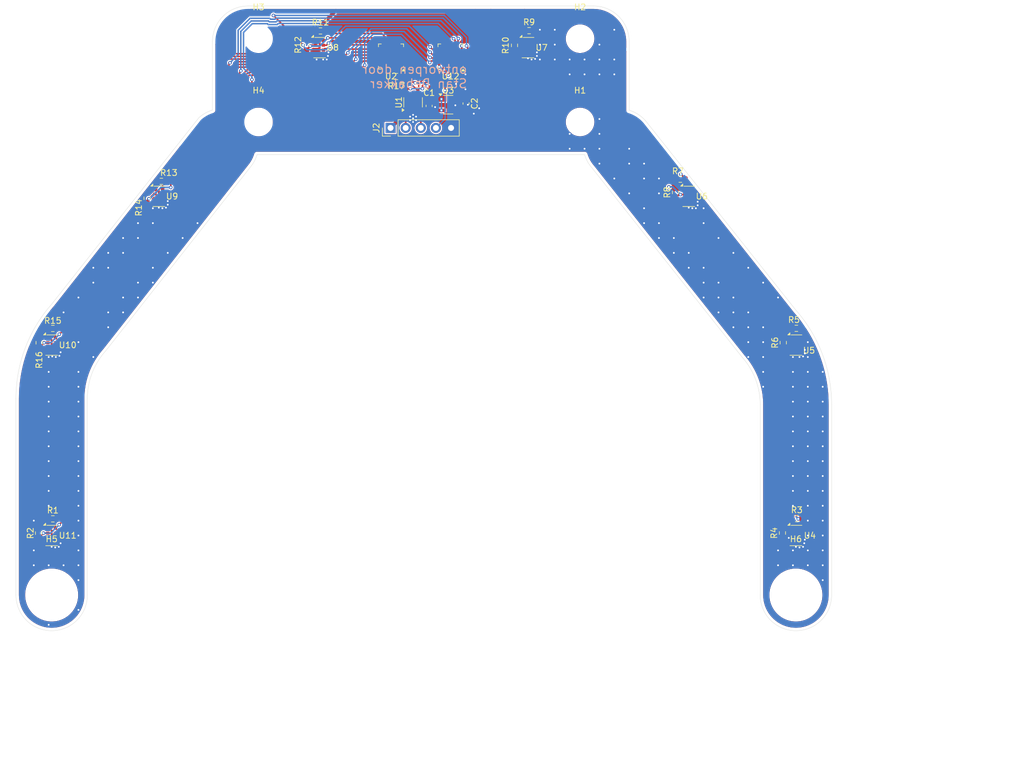
<source format=kicad_pcb>
(kicad_pcb (version 20241229) (generator "pcbnew") (generator_version "9.0")
  (layers (0 "F.Cu" signal) (2 "B.Cu" signal) (13 "F.Paste" user) (15 "B.Paste" user) (5 "F.SilkS" user "F.Silkscreen") (7 "B.SilkS" user "B.Silkscreen") (1 "F.Mask" user) (3 "B.Mask" user) (25 "Edge.Cuts" user))
  (net 0 "")
  (net 1 "Net-(U2-SC4)")
  (net 2 "Net-(U11-SDA)")
  (net 3 "Net-(U10-SCL)")
  (net 4 "GND")
  (net 5 "Net-(U2-~{RESET})")
  (net 6 "Net-(U2-SD5)")
  (net 7 "/SCL")
  (net 8 "Net-(U2-SC0)")
  (net 9 "/SDA")
  (net 10 "Net-(U2-SC1)")
  (net 11 "Net-(U2-SC2)")
  (net 12 "+3.3V")
  (net 13 "Net-(U2-SD4)")
  (net 14 "Net-(U2-SC3)")
  (net 15 "Net-(U2-SC5)")
  (net 16 "Net-(U11-SCL)")
  (net 17 "Net-(U2-SD1)")
  (net 18 "Net-(U2-SD0)")
  (net 19 "Net-(U2-SD2)")
  (net 20 "Net-(U2-SD3)")
  (net 22 "+1V8")
  (net 31 "Net-(J2-Pin_2)")
  (net 32 "Net-(J2-Pin_3)")
  (net 33 "/~{INT}")
  (net 34 "Net-(U12-P03)")
  (net 35 "Net-(U12-P02)")
  (net 36 "Net-(U12-P01)")
  (net 37 "Net-(U12-P00)")
  (net 38 "Net-(U10-GPIO)")
  (net 39 "Net-(U11-GPIO)")
  (net 40 "Net-(U12-P10)")
  (net 41 "Net-(U12-P11)")
  (net 42 "Net-(U12-P12)")
  (net 43 "Net-(U12-P13)")
  (net 44 "Net-(U12-P04)")
  (net 45 "Net-(U12-P14)")
  (net 46 "Net-(U12-P15)")
  (net 47 "Net-(U12-P05)")
  (net 48 "Net-(U10-INT)")
  (net 49 "Net-(U11-INT)")
  (net 50 "Net-(U10-SDA)")
  (footprint "Resistor_SMD:R_0603_1608Metric" (layer "F.Cu") (at 53.9 107.6 -90)
    (property "Reference" "R16")
    (property "Value" "10K")
  )
  (footprint "Package_DFN_QFN:Texas_RGE0024H_VQFN-24-1EP_4x4mm_P0.5mm_EP2.7x2.7mm" (layer "F.Cu") (at 123 59.5 180)
    (property "Reference" "U12")
    (property "Value" "TCA9535RGER")
  )
  (footprint "Resistor_SMD:R_0603_1608Metric" (layer "F.Cu") (at 72.025 83.315 -90)
    (property "Reference" "R14")
    (property "Value" "10K")
  )
  (footprint "Package_LGA:AMS_OLGA-8_2x3.1mm_P0.8mm" (layer "F.Cu") (at 181 108)
    (property "Reference" "U5")
    (property "Value" "AS7343xDLG")
  )
  (footprint "Package_LGA:AMS_OLGA-8_2x3.1mm_P0.8mm" (layer "F.Cu") (at 181 140)
    (property "Reference" "U4")
    (property "Value" "AS7343xDLG")
  )
  (footprint "Package_LGA:AMS_OLGA-8_2x3.1mm_P0.8mm" (layer "F.Cu") (at 74 83)
    (property "Reference" "U9")
    (property "Value" "AS7343xDLG")
  )
  (footprint "MountingHole:MountingHole_8.4mm_M8" (layer "F.Cu") (at 181 150)
    (property "Reference" "H6")
    (property "Value" "MountingHole")
  )
  (footprint "MountingHole:MountingHole_8.4mm_M8" (layer "F.Cu") (at 56 150)
    (property "Reference" "H5")
    (property "Value" "MountingHole")
  )
  (footprint "Package_LGA:AMS_OLGA-8_2x3.1mm_P0.8mm" (layer "F.Cu") (at 163 83)
    (property "Reference" "U6")
    (property "Value" "AS7343xDLG")
  )
  (footprint "Package_LGA:AMS_OLGA-8_2x3.1mm_P0.8mm" (layer "F.Cu") (at 136 58)
    (property "Reference" "U7")
    (property "Value" "AS7343xDLG")
  )
  (footprint "Connector_PinHeader_2.54mm:PinHeader_1x05_P2.54mm_Vertical" (layer "F.Cu") (at 112.92 71.5 90)
    (property "Reference" "J2")
    (property "Value" "Conn_01x05_Pin")
  )
  (footprint "Resistor_SMD:R_0603_1608Metric" (layer "F.Cu") (at 160.77 82.33 -90)
    (property "Reference" "R8")
    (property "Value" "10K")
  )
  (footprint "Capacitor_SMD:C_0603_1608Metric" (layer "F.Cu") (at 125.6 67.4 -90)
    (property "Reference" "C2")
    (property "Value" "1µF")
  )
  (footprint "MountingHole:MountingHole_4.3mm_M4" (layer "F.Cu") (at 90.75 70.5)
    (property "Reference" "H4")
    (property "Value" "MountingHole")
  )
  (footprint "Package_LGA:AMS_OLGA-8_2x3.1mm_P0.8mm" (layer "F.Cu") (at 56 108)
    (property "Reference" "U10")
    (property "Value" "AS7343xDLG")
  )
  (footprint "MountingHole:MountingHole_4.3mm_M4" (layer "F.Cu") (at 144.75 56.5)
    (property "Reference" "H2")
    (property "Value" "MountingHole")
  )
  (footprint "Resistor_SMD:R_0603_1608Metric" (layer "F.Cu") (at 53.8 139.6 -90)
    (property "Reference" "R2")
    (property "Value" "10K")
  )
  (footprint "Package_TO_SOT_SMD:SOT-23-5" (layer "F.Cu") (at 122.6 67.6)
    (property "Reference" "U3")
    (property "Value" "TLV75718PDBV")
  )
  (footprint "Resistor_SMD:R_0603_1608Metric" (layer "F.Cu") (at 56.2 105.2)
    (property "Reference" "R15")
    (property "Value" "10K")
  )
  (footprint "Resistor_SMD:R_0603_1608Metric" (layer "F.Cu") (at 56.2 137.2)
    (property "Reference" "R1")
    (property "Value" "10K")
  )
  (footprint "Resistor_SMD:R_0603_1608Metric" (layer "F.Cu") (at 74.43 80.47)
    (property "Reference" "R13")
    (property "Value" "10K")
  )
  (footprint "MountingHole:MountingHole_4.3mm_M4" (layer "F.Cu") (at 90.75 56.5)
    (property "Reference" "H3")
    (property "Value" "MountingHole")
  )
  (footprint "Package_TO_SOT_SMD:SOT-23-6" (layer "F.Cu") (at 116.7 67.2 90)
    (property "Reference" "U1")
    (property "Value" "USBLC6-2SC6")
  )
  (footprint "Resistor_SMD:R_0603_1608Metric" (layer "F.Cu") (at 136.187 55.15)
    (property "Reference" "R9")
    (property "Value" "10K")
  )
  (footprint "Resistor_SMD:R_0603_1608Metric" (layer "F.Cu") (at 113.9 62.86)
    (property "Reference" "R17")
    (property "Value" "10K")
  )
  (footprint "Capacitor_SMD:C_0603_1608Metric" (layer "F.Cu") (at 119.4 67.8 -90)
    (property "Reference" "C1")
    (property "Value" "1µF")
  )
  (footprint "Package_DFN_QFN:Texas_RGE0024H_VQFN-24-1EP_4x4mm_P0.5mm_EP2.7x2.7mm" (layer "F.Cu") (at 113 59.5 180)
    (property "Reference" "U2")
    (property "Value" "TCA9548ARGER")
  )
  (footprint "Resistor_SMD:R_0603_1608Metric" (layer "F.Cu") (at 178.738 139.575 -90)
    (property "Reference" "R4")
    (property "Value" "10K")
  )
  (footprint "Package_LGA:AMS_OLGA-8_2x3.1mm_P0.8mm" (layer "F.Cu") (at 101 58)
    (property "Reference" "U8")
    (property "Value" "AS7343xDLG")
  )
  (footprint "Package_LGA:AMS_OLGA-8_2x3.1mm_P0.8mm" (layer "F.Cu") (at 56 140)
    (property "Reference" "U11")
    (property "Value" "AS7343xDLG")
  )
  (footprint "Resistor_SMD:R_0603_1608Metric" (layer "F.Cu") (at 133.737 57.625 -90)
    (property "Reference" "R10")
    (property "Value" "10K")
  )
  (footprint "Resistor_SMD:R_0603_1608Metric" (layer "F.Cu") (at 161.59 80.11)
    (property "Reference" "R7")
    (property "Value" "10K")
  )
  (footprint "Resistor_SMD:R_0603_1608Metric" (layer "F.Cu") (at 101.15 55.2)
    (property "Reference" "R11")
    (property "Value" "10K")
  )
  (footprint "Resistor_SMD:R_0603_1608Metric" (layer "F.Cu") (at 181.075 105.18)
    (property "Reference" "R5")
    (property "Value" "10K")
  )
  (footprint "Resistor_SMD:R_0603_1608Metric" (layer "F.Cu") (at 178.8725 107.5875 -90)
    (property "Reference" "R6")
    (property "Value" "10K")
  )
  (footprint "MountingHole:MountingHole_4.3mm_M4" (layer "F.Cu") (at 144.75 70.5)
    (property "Reference" "H1")
    (property "Value" "MountingHole")
  )
  (footprint "Resistor_SMD:R_0603_1608Metric" (layer "F.Cu") (at 181.15 137.15)
    (property "Reference" "R3")
    (property "Value" "10K")
  )
  (footprint "Resistor_SMD:R_0603_1608Metric" (layer "F.Cu") (at 98.8 57.55 -90)
    (property "Reference" "R12")
    (property "Value" "10K")
  )
  (gr_line (start 65.003413 109.058878) (end 89.623837 77.767201) (stroke (width 0.05)) (layer "Edge.Cuts"))
  (gr_line (start 171.996587 110.05888) (end 146.787743 78.261018) (stroke (width 0.05)) (layer "Edge.Cuts"))
  (gr_line (start 90.5 76) (end 145.51088 76) (stroke (width 0.05)) (layer "Edge.Cuts"))
  (gr_arc (start 153 68.52) (mid 154.514002 69.225889) (end 155.774262 70.322348) (stroke (width 0.05)) (layer "Edge.Cuts"))
  (gr_arc (start 147 51) (mid 151.242641 52.757359) (end 153 57) (stroke (width 0.05)) (layer "Edge.Cuts"))
  (gr_line (start 83 57) (end 83 68.5) (stroke (width 0.05)) (layer "Edge.Cuts"))
  (gr_line (start 180.993176 102.117758) (end 155.774262 70.322348) (stroke (width 0.05)) (layer "Edge.Cuts"))
  (gr_line (start 118 51) (end 89 51) (stroke (width 0.05)) (layer "Edge.Cuts"))
  (gr_arc (start 171.996587 110.058878) (mid 174.22406 113.754947) (end 175 118) (stroke (width 0.05)) (layer "Edge.Cuts"))
  (gr_line (start 175 118) (end 175 150) (stroke (width 0.05)) (layer "Edge.Cuts"))
  (gr_arc (start 62 117) (mid 62.77594 112.754947) (end 65.003413 109.058878) (stroke (width 0.05)) (layer "Edge.Cuts"))
  (gr_line (start 118 51) (end 147 51) (stroke (width 0.05)) (layer "Edge.Cuts"))
  (gr_line (start 56.006826 101.117756) (end 80.704478 69.804918) (stroke (width 0.05)) (layer "Edge.Cuts"))
  (gr_line (start 187 150) (end 187 118) (stroke (width 0.05)) (layer "Edge.Cuts"))
  (gr_arc (start 50 117) (mid 51.55188 108.509893) (end 56.006826 101.117756) (stroke (width 0.05)) (layer "Edge.Cuts"))
  (gr_line (start 153 57) (end 153 68.52) (stroke (width 0.05)) (layer "Edge.Cuts"))
  (gr_arc (start 187 150) (mid 181 156) (end 175 150) (stroke (width 0.05)) (layer "Edge.Cuts"))
  (gr_arc (start 180.993176 102.117758) (mid 185.44812 109.509895) (end 187 118) (stroke (width 0.05)) (layer "Edge.Cuts"))
  (gr_line (start 50 150) (end 50 117) (stroke (width 0.05)) (layer "Edge.Cuts"))
  (gr_arc (start 146.787743 78.261018) (mid 146.025531 77.200411) (end 145.51088 76) (stroke (width 0.05)) (layer "Edge.Cuts"))
  (gr_arc (start 90.5 76) (mid 90.134907 76.919789) (end 89.623837 77.767203) (stroke (width 0.05)) (layer "Edge.Cuts"))
  (gr_arc (start 62 150) (mid 56 156) (end 50 150) (stroke (width 0.05)) (layer "Edge.Cuts"))
  (gr_arc (start 80.704477 69.804918) (mid 81.779693 69.024841) (end 83 68.5) (stroke (width 0.05)) (layer "Edge.Cuts"))
  (gr_line (start 62 117) (end 62 150) (stroke (width 0.05)) (layer "Edge.Cuts"))
  (gr_arc (start 83 57) (mid 84.757359 52.757359) (end 89 51) (stroke (width 0.05)) (layer "Edge.Cuts"))
  (gr_text "ontworpen door\nStan Debakker" (at 125.89 64.93 0) (layer "B.SilkS") (effects (font (size 1.5 1.5) (thickness 0.1875)) (justify left bottom mirror)))
  (segment (start 102.387674 56.365221) (end 102.397453 56.375) (width 0.3) (layer "F.Cu") (net 1))
  (segment (start 98.8 58.375) (end 99.4375 57.7375) (width 0.3) (layer "F.Cu") (net 1))
  (segment (start 111.541375 56.365221) (end 112.25 57.073846) (width 0.25) (layer "F.Cu") (net 1))
  (segment (start 102.387674 56.365221) (end 111.541375 56.365221) (width 0.25) (layer "F.Cu") (net 1))
  (segment (start 99.575 57.6) (end 100.362 57.6) (width 0.3) (layer "F.Cu") (net 1))
  (segment (start 99.4375 57.7375) (end 99.575 57.6) (width 0.3) (layer "F.Cu") (net 1))
  (segment (start 112.25 57.073846) (end 112.25 57.5375) (width 0.25) (layer "F.Cu") (net 1))
  (via (at 99.4375 57.7375) (size 0.6) (drill 0.3) (layers "F.Cu" "B.Cu") (net 1))
  (via (at 102.387674 56.365221) (size 0.6) (drill 0.3) (layers "F.Cu" "B.Cu") (net 1))
  (segment (start 99.4375 57.7375) (end 101.015395 57.7375) (width 0.3) (layer "B.Cu") (net 1))
  (segment (start 101.015395 57.7375) (end 102.387674 56.365221) (width 0.3) (layer "B.Cu") (net 1))
  (segment (start 61.2 103.57624) (end 81.264389 83.511851) (width 0.25) (layer "F.Cu") (net 2))
  (segment (start 98.705722 63.332) (end 103.580158 63.332) (width 0.25) (layer "F.Cu") (net 2))
  (segment (start 97.105722 61.732) (end 98.705722 63.332) (width 0.25) (layer "F.Cu") (net 2))
  (segment (start 108.25 59.75) (end 111.0375 59.75) (width 0.25) (layer "F.Cu") (net 2))
  (segment (start 88.109169 62.45803) (end 88.835199 61.732) (width 0.25) (layer "F.Cu") (net 2))
  (segment (start 105.412158 61.5) (end 106.5 61.5) (width 0.25) (layer "F.Cu") (net 2))
  (segment (start 81.264389 83.511851) (end 81.264389 77.356174) (width 0.25) (layer "F.Cu") (net 2))
  (segment (start 88.835199 61.732) (end 97.105722 61.732) (width 0.25) (layer "F.Cu") (net 2))
  (segment (start 88.109169 70.511395) (end 88.109169 62.45803) (width 0.25) (layer "F.Cu") (net 2))
  (segment (start 81.264389 77.356174) (end 88.109169 70.511395) (width 0.25) (layer "F.Cu") (net 2))
  (segment (start 57.025 137.2) (end 57.3 137.2) (width 0.2) (layer "F.Cu") (net 2))
  (segment (start 106.5 61.5) (end 108.25 59.75) (width 0.25) (layer "F.Cu") (net 2))
  (segment (start 56.638 137.587) (end 57.025 137.2) (width 0.25) (layer "F.Cu") (net 2))
  (segment (start 57.342905 136.882095) (end 57.342905 112.507095) (width 0.25) (layer "F.Cu") (net 2))
  (segment (start 57.025 137.2) (end 57.342905 136.882095) (width 0.25) (layer "F.Cu") (net 2))
  (segment (start 57.342905 112.507095) (end 61.2 108.65) (width 0.25) (layer "F.Cu") (net 2))
  (segment (start 56.638 138.8) (end 56.638 137.587) (width 0.25) (layer "F.Cu") (net 2))
  (segment (start 103.580158 63.332) (end 105.412158 61.5) (width 0.25) (layer "F.Cu") (net 2))
  (segment (start 61.2 108.65) (end 61.2 103.57624) (width 0.25) (layer "F.Cu") (net 2))
  (segment (start 103.206538 62.43) (end 105.234538 60.402) (width 0.25) (layer "F.Cu") (net 3))
  (segment (start 99.079342 62.43) (end 103.206538 62.43) (width 0.25) (layer "F.Cu") (net 3))
  (segment (start 79.911389 76.795744) (end 86.682 70.025134) (width 0.25) (layer "F.Cu") (net 3))
  (segment (start 105.49862 60.402) (end 105.65062 60.25) (width 0.25) (layer "F.Cu") (net 3))
  (segment (start 105.234538 60.402) (end 105.49862 60.402) (width 0.25) (layer "F.Cu") (net 3))
  (segment (start 57.309794 106.17498) (end 57.95676 105.528014) (width 0.25) (layer "F.Cu") (net 3))
  (segment (start 105.898108 60.25) (end 106.898108 59.25) (width 0.25) (layer "F.Cu") (net 3))
  (segment (start 86.682 70.025134) (end 86.682 61.348108) (width 0.25) (layer "F.Cu") (net 3))
  (segment (start 97.479342 60.83) (end 99.079342 62.43) (width 0.25) (layer "F.Cu") (net 3))
  (segment (start 87.200108 60.83) (end 97.479342 60.83) (width 0.25) (layer "F.Cu") (net 3))
  (segment (start 57.95676 104.90605) (end 79.911389 82.951421) (width 0.25) (layer "F.Cu") (net 3))
  (segment (start 105.65062 60.25) (end 105.898108 60.25) (width 0.25) (layer "F.Cu") (net 3))
  (segment (start 53.9 108.425) (end 54.725 107.6) (width 0.25) (layer "F.Cu") (net 3))
  (segment (start 54.725 107.6) (end 55.362 107.6) (width 0.3) (layer "F.Cu") (net 3))
  (segment (start 57.288 106.17498) (end 57.309794 106.17498) (width 0.25) (layer "F.Cu") (net 3))
  (segment (start 79.911389 82.951421) (end 79.911389 76.795744) (width 0.25) (layer "F.Cu") (net 3))
  (segment (start 106.898108 59.25) (end 111.0375 59.25) (width 0.25) (layer "F.Cu") (net 3))
  (segment (start 57.95676 105.528014) (end 57.95676 104.90605) (width 0.25) (layer "F.Cu") (net 3))
  (segment (start 86.682 61.348108) (end 87.200108 60.83) (width 0.25) (layer "F.Cu") (net 3))
  (via (at 57.288 106.17498) (size 0.6) (drill 0.3) (layers "F.Cu" "B.Cu") (net 3))
  (via (at 54.725 107.6) (size 0.6) (drill 0.3) (layers "F.Cu" "B.Cu") (net 3))
  (segment (start 55.86298 107.6) (end 57.288 106.17498) (width 0.25) (layer "B.Cu") (net 3))
  (segment (start 54.725 107.6) (end 55.86298 107.6) (width 0.25) (layer "B.Cu") (net 3))
  (segment (start 122.25 60.426154) (end 122.25 59.9875) (width 0.25) (layer "F.Cu") (net 4))
  (segment (start 120.4 68) (end 119.825 68.575) (width 0.6) (layer "F.Cu") (net 4))
  (segment (start 122.75 59.9875) (end 122.75 60.69) (width 0.25) (layer "F.Cu") (net 4))
  (segment (start 119.875 68.575) (end 122.8 71.5) (width 0.6) (layer "F.Cu") (net 4))
  (segment (start 122.75 60.69) (end 122.72 60.69) (width 0.25) (layer "F.Cu") (net 4))
  (segment (start 119.4 68.575) (end 119.875 68.575) (width 0.6) (layer "F.Cu") (net 4))
  (segment (start 122.8 71.5) (end 123.08 71.5) (width 0.6) (layer "F.Cu") (net 4))
  (segment (start 121.4625 67.6) (end 120.8 67.6) (width 0.6) (layer "F.Cu") (net 4))
  (segment (start 120.8 67.6) (end 120.4 68) (width 0.6) (layer "F.Cu") (net 4))
  (via (at 70.5 87.5) (size 0.6) (drill 0.3) (layers "F.Cu" "B.Cu") (net 4))
  (via (at 181.6 110) (size 0.6) (drill 0.3) (layers "F.Cu" "B.Cu") (net 4))
  (via (at 158 87.5) (size 0.6) (drill 0.3) (layers "F.Cu" "B.Cu") (net 4))
  (via (at 173 110) (size 0.6) (drill 0.3) (layers "F.Cu" "B.Cu") (net 4))
  (via (at 145.5 62.5) (size 0.6) (drill 0.3) (layers "F.Cu" "B.Cu") (net 4))
  (via (at 120.4 68) (size 0.6) (drill 0.3) (layers "F.Cu" "B.Cu") (net 4))
  (via (at 68 100) (size 0.6) (drill 0.3) (layers "F.Cu" "B.Cu") (net 4))
  (via (at 60.5 100) (size 0.6) (drill 0.3) (layers "F.Cu" "B.Cu") (net 4))
  (via (at 138 57.5) (size 0.6) (drill 0.3) (layers "F.Cu" "B.Cu") (net 4))
  (via (at 163 84.9) (size 0.6) (drill 0.3) (layers "F.Cu" "B.Cu") (net 4))
  (via (at 55.5 115) (size 0.6) (drill 0.3) (layers "F.Cu" "B.Cu") (net 4))
  (via (at 102.5 58.8) (size 0.6) (drill 0.3) (layers "F.Cu" "B.Cu") (net 4))
  (via (at 175.5 107.5) (size 0.6) (drill 0.3) (layers "F.Cu" "B.Cu") (net 4))
  (via (at 145.5 75) (size 0.6) (drill 0.3) (layers "F.Cu" "B.Cu") (net 4))
  (via (at 55.5 145) (size 0.6) (drill 0.3) (layers "F.Cu" "B.Cu") (net 4))
  (via (at 180.5 120) (size 0.6) (drill 0.3) (layers "F.Cu" "B.Cu") (net 4))
  (via (at 183 135) (size 0.6) (drill 0.3) (layers "F.Cu" "B.Cu") (net 4))
  (via (at 60.5 135) (size 0.6) (drill 0.3) (layers "F.Cu" "B.Cu") (net 4))
  (via (at 116.7 69.9) (size 0.6) (drill 0.3) (layers "F.Cu" "B.Cu") (net 4))
  (via (at 57.3 109.8) (size 0.6) (drill 0.3) (layers "F.Cu" "B.Cu") (net 4))
  (via (at 182.2 109.9) (size 0.6) (drill 0.3) (layers "F.Cu" "B.Cu") (net 4))
  (via (at 137.5 58.8) (size 0.6) (drill 0.3) (layers "F.Cu" "B.Cu") (net 4))
  (via (at 65.5 95) (size 0.6) (drill 0.3) (layers "F.Cu" "B.Cu") (net 4))
  (via (at 185.5 145) (size 0.6) (drill 0.3) (layers "F.Cu" "B.Cu") (net 4))
  (via (at 55.5 132.5) (size 0.6) (drill 0.3) (layers "F.Cu" "B.Cu") (net 4))
  (via (at 75.5 83.8) (size 0.6) (drill 0.3) (layers "F.Cu" "B.Cu") (net 4))
  (via (at 56 141.9) (size 0.6) (drill 0.3) (layers "F.Cu" "B.Cu") (net 4))
  (via (at 60.5 140) (size 0.6) (drill 0.3) (layers "F.Cu" "B.Cu") (net 4))
  (via (at 170.5 100) (size 0.6) (drill 0.3) (layers "F.Cu" "B.Cu") (net 4))
  (via (at 185.5 132.5) (size 0.6) (drill 0.3) (layers "F.Cu" "B.Cu") (net 4))
  (via (at 117.2 70.2) (size 0.6) (drill 0.3) (layers "F.Cu" "B.Cu") (net 4))
  (via (at 180.5 135) (size 0.6) (drill 0.3) (layers "F.Cu" "B.Cu") (net 4))
  (via (at 164.5 84.5) (size 0.6) (drill 0.3) (layers "F.Cu" "B.Cu") (net 4))
  (via (at 180.5 130) (size 0.6) (drill 0.3) (layers "F.Cu" "B.Cu") (net 4))
  (via (at 63 95) (size 0.6) (drill 0.3) (layers "F.Cu" "B.Cu") (net 4))
  (via (at 185.5 112.5) (size 0.6) (drill 0.3) (layers "F.Cu" "B.Cu") (net 4))
  (via (at 60.5 117.5) (size 0.6) (drill 0.3) (layers "F.Cu" "B.Cu") (net 4))
  (via (at 185.5 122.5) (size 0.6) (drill 0.3) (layers "F.Cu" "B.Cu") (net 4))
  (via (at 70.5 90) (size 0.6) (drill 0.3) (layers "F.Cu" "B.Cu") (net 4))
  (via (at 185.5 147.5) (size 0.6) (drill 0.3) (layers "F.Cu" "B.Cu") (net 4))
  (via (at 168 90) (size 0.6) (drill 0.3) (layers "F.Cu" "B.Cu") (net 4))
  (via (at 182.5 109.4) (size 0.6) (drill 0.3) (layers "F.Cu" "B.Cu") (net 4))
  (via (at 65.5 105) (size 0.6) (drill 0.3) (layers "F.Cu" "B.Cu") (net 4))
  (via (at 163 92.5) (size 0.6) (drill 0.3) (layers "F.Cu" "B.Cu") (net 4))
  (via (at 125.9 67.6) (size 0.6) (drill 0.3) (layers "F.Cu" "B.Cu") (net 4))
  (via (at 138 55) (size 0.6) (drill 0.3) (layers "F.Cu" "B.Cu") (net 4))
  (via (at 183 110) (size 0.6) (drill 0.3) (layers "F.Cu" "B.Cu") (net 4))
  (via (at 116.7 70.5) (size 0.6) (drill 0.3) (layers "F.Cu" "B.Cu") (net 4))
  (via (at 136.6 60) (size 0.6) (drill 0.3) (layers "F.Cu" "B.Cu") (net 4))
  (via (at 168 102.5) (size 0.6) (drill 0.3) (layers "F.Cu" "B.Cu") (net 4))
  (via (at 168 97.5) (size 0.6) (drill 0.3) (layers "F.Cu" "B.Cu") (net 4))
  (via (at 57.5 109.2) (size 0.6) (drill 0.3) (layers "F.Cu" "B.Cu") (net 4))
  (via (at 175.5 97.5) (size 0.6) (drill 0.3) (layers "F.Cu" "B.Cu") (net 4))
  (via (at 170.5 102.5) (size 0.6) (drill 0.3) (layers "F.Cu" "B.Cu") (net 4))
  (via (at 158 82.5) (size 0.6) (drill 0.3) (layers "F.Cu" "B.Cu") (net 4))
  (via (at 170.5 92.5) (size 0.6) (drill 0.3) (layers "F.Cu" "B.Cu") (net 4))
  (via (at 63 97.5) (size 0.6) (drill 0.3) (layers "F.Cu" "B.Cu") (net 4))
  (via (at 183 107.5) (size 0.6) (drill 0.3) (layers "F.Cu" "B.Cu") (net 4))
  (via (at 125.5 62.5) (size 0.6) (drill 0.3) (layers "F.Cu" "B.Cu") (net 4))
  (via (at 68 90) (size 0.6) (drill 0.3) (layers "F.Cu" "B.Cu") (net 4))
  (via (at 143 72.5) (size 0.6) (drill 0.3) (layers "F.Cu" "B.Cu") (net 4))
  (via (at 145.5 60) (size 0.6) (drill 0.3) (layers "F.Cu" "B.Cu") (net 4))
  (via (at 182.5 108.8) (size 0.6) (drill 0.3) (layers "F.Cu" "B.Cu") (net 4))
  (via (at 137.2 59.9) (size 0.6) (drill 0.3) (layers "F.Cu" "B.Cu") (net 4))
  (via (at 173 102.5) (size 0.6) (drill 0.3) (layers "F.Cu" "B.Cu") (net 4))
  (via (at 126.9 69.1) (size 0.6) (drill 0.3) (layers "F.Cu" "B.Cu") (net 4))
  (via (at 163 95) (size 0.6) (drill 0.3) (layers "F.Cu" "B.Cu") (net 4))
  (via (at 55.5 155) (size 0.6) (drill 0.3) (layers "F.Cu" "B.Cu") (net 4))
  (via (at 80.5 87.5) (size 0.6) (drill 0.3) (layers "F.Cu" "B.Cu") (net 4))
  (via (at 55.5 127.5) (size 0.6) (drill 0.3) (layers "F.Cu" "B.Cu") (net 4))
  (via (at 185.5 142.5) (size 0.6) (drill 0.3) (layers "F.Cu" "B.Cu") (net 4))
  (via (at 183 140) (size 0.6) (drill 0.3) (layers "F.Cu" "B.Cu") (net 4))
  (via (at 143 75) (size 0.6) (drill 0.3) (layers "F.Cu" "B.Cu") (net 4))
  (via (at 55.5 125) (size 0.6) (drill 0.3) (layers "F.Cu" "B.Cu") (net 4))
  (via (at 178 142.5) (size 0.6) (drill 0.3) (layers "F.Cu" "B.Cu") (net 4))
  (via (at 185.5 130) (size 0.6) (drill 0.3) (layers "F.Cu" "B.Cu") (net 4))
  (via (at 160.5 92.5) (size 0.6) (drill 0.3) (layers "F.Cu" "B.Cu") (net 4))
  (via (at 185.5 120) (size 0.6) (drill 0.3) (layers "F.Cu" "B.Cu") (net 4))
  (via (at 137.5 59.4) (size 0.6) (drill 0.3) (layers "F.Cu" "B.Cu") (net 4))
  (via (at 60.5 152.5) (size 0.6) (drill 0.3) (layers "F.Cu" "B.Cu") (net 4))
  (via (at 150.5 62.5) (size 0.6) (drill 0.3) (layers "F.Cu" "B.Cu") (net 4))
  (via (at 185.5 140) (size 0.6) (drill 0.3) (layers "F.Cu" "B.Cu") (net 4))
  (via (at 185.5 127.5) (size 0.6) (drill 0.3) (layers "F.Cu" "B.Cu") (net 4))
  (via (at 153 82.5) (size 0.6) (drill 0.3) (layers "F.Cu" "B.Cu") (net 4))
  (via (at 180.5 115) (size 0.6) (drill 0.3) (layers "F.Cu" "B.Cu") (net 4))
  (via (at 55.5 117.5) (size 0.6) (drill 0.3) (layers "F.Cu" "B.Cu") (net 4))
  (via (at 165.5 85) (size 0.6) (drill 0.3) (layers "F.Cu" "B.Cu") (net 4))
  (via (at 175.5 115) (size 0.6) (drill 0.3) (layers "F.Cu" "B.Cu") (net 4))
  (via (at 56.1 109.9) (size 0.6) (drill 0.3) (layers "F.Cu" "B.Cu") (net 4))
  (via (at 173 95) (size 0.6) (drill 0.3) (layers "F.Cu" "B.Cu") (net 4))
  (via (at 143 62.5) (size 0.6) (drill 0.3) (layers "F.Cu" "B.Cu") (net 4))
  (via (at 60.5 147.5) (size 0.6) (drill 0.3) (layers "F.Cu" "B.Cu") (net 4))
  (via (at 165.5 97.5) (size 0.6) (drill 0.3) (layers "F.Cu" "B.Cu") (net 4))
  (via (at 182.4 141.3) (size 0.6) (drill 0.3) (layers "F.Cu" "B.Cu") (net 4))
  (via (at 153 75) (size 0.6) (drill 0.3) (layers "F.Cu" "B.Cu") (net 4))
  (via (at 180.5 110) (size 0.6) (drill 0.3) (layers "F.Cu" "B.Cu") (net 4))
  (via (at 57.5 141.3) (size 0.6) (drill 0.3) (layers "F.Cu" "B.Cu") (net 4))
  (via (at 164.5 83.9) (size 0.6) (drill 0.3) (layers "F.Cu" "B.Cu") (net 4))
  (via (at 178 145) (size 0.6) (drill 0.3) (layers "F.Cu" "B.Cu") (net 4))
  (via (at 140.5 55) (size 0.6) (drill 0.3) (layers "F.Cu" "B.Cu") (net 4))
  (via (at 180.5 145) (size 0.6) (drill 0.3) (layers "F.Cu" "B.Cu") (net 4))
  (via (at 160.5 90) (size 0.6) (drill 0.3) (layers "F.Cu" "B.Cu") (net 4))
  (via (at 178 100) (size 0.6) (drill 0.3) (layers "F.Cu" "B.Cu") (net 4))
  (via (at 125.5 65) (size 0.6) (drill 0.3) (layers "F.Cu" "B.Cu") (net 4))
  (via (at 138 60) (size 0.6) (drill 0.3) (layers "F.Cu" "B.Cu") (net 4))
  (via (at 74.6 85) (size 0.6) (drill 0.3) (layers "F.Cu" "B.Cu") (net 4))
  (via (at 181.6 142) (size 0.6) (drill 0.3) (layers "F.Cu" "B.Cu") (net 4))
  (via (at 65.5 92.5) (size 0.6) (drill 0.3) (layers "F.Cu" "B.Cu") (net 4))
  (via (at 70.5 97.5) (size 0.6) (drill 0.3) (layers "F.Cu" "B.Cu") (net 4))
  (via (at 60.5 127.5) (size 0.6) (drill 0.3) (layers "F.Cu" "B.Cu") (net 4))
  (via (at 155.5 80) (size 0.6) (drill 0.3) (layers "F.Cu" "B.Cu") (net 4))
  (via (at 74 84.9) (size 0.6) (drill 0.3) (layers "F.Cu" "B.Cu") (net 4))
  (via (at 148 70) (size 0.6) (drill 0.3) (layers "F.Cu" "B.Cu") (net 4))
  (via (at 53 145) (size 0.6) (drill 0.3) (layers "F.Cu" "B.Cu") (net 4))
  (via (at 60.5 137.5) (size 0.6) (drill 0.3) (layers "F.Cu" "B.Cu") (net 4))
  (via (at 158 90) (size 0.6) (drill 0.3) (layers "F.Cu" "B.Cu") (net 4))
  (via (at 148 72.5) (size 0.6) (drill 0.3) (layers "F.Cu" "B.Cu") (net 4))
  (via (at 150.5 80) (size 0.6) (drill 0.3) (layers "F.Cu" "B.Cu") (net 4))
  (via (at 70.5 100) (size 0.6) (drill 0.3) (layers "F.Cu" "B.Cu") (net 4))
  (via (at 68 102.5) (size 0.6) (drill 0.3) (layers "F.Cu" "B.Cu") (net 4))
  (via (at 60.5 115) (size 0.6) (drill 0.3) (layers "F.Cu" "B.Cu") (net 4))
  (via (at 185.5 117.5) (size 0.6) (drill 0.3) (layers "F.Cu" "B.Cu") (net 4))
  (via (at 180.5 142.5) (size 0.6) (drill 0.3) (layers "F.Cu" "B.Cu") (net 4))
  (via (at 158 80) (size 0.6) (drill 0.3) (layers "F.Cu" "B.Cu") (net 4))
  (via (at 123.9 64.1) (size 0.6) (drill 0.3) (layers "F.Cu" "B.Cu") (net 4))
  (via (at 165.5 95) (size 0.6) (drill 0.3) (layers "F.Cu" "B.Cu") (net 4))
  (via (at 180.5 127.5) (size 0.6) (drill 0.3) (layers "F.Cu" "B.Cu") (net 4))
  (via (at 140.5 60) (size 0.6) (drill 0.3) (layers "F.Cu" "B.Cu") (net 4))
  (via (at 60.5 112.5) (size 0.6) (drill 0.3) (layers "F.Cu" "B.Cu") (net 4))
  (via (at 155.5 87.5) (size 0.6) (drill 0.3) (layers "F.Cu" "B.Cu") (net 4))
  (via (at 183 112.5) (size 0.6) (drill 0.3) (layers "F.Cu" "B.Cu") (net 4))
  (via (at 183 127.5) (size 0.6) (drill 0.3) (layers "F.Cu" "B.Cu") (net 4))
  (via (at 179.8 140.4) (size 0.6) (drill 0.3) (layers "F.Cu" "B.Cu") (net 4))
  (via (at 148 62.5) (size 0.6) (drill 0.3) (layers "F.Cu" "B.Cu") (net 4))
  (via (at 102.2 60) (size 0.6) (drill 0.3) (layers "F.Cu" "B.Cu") (net 4))
  (via (at 60.5 120) (size 0.6) (drill 0.3) (layers "F.Cu" "B.Cu") (net 4))
  (via (at 155.5 77.5) (size 0.6) (drill 0.3) (layers "F.Cu" "B.Cu") (net 4))
  (via (at 101.6 60) (size 0.6) (drill 0.3) (layers "F.Cu" "B.Cu") (net 4))
  (via (at 183 142.5) (size 0.6) (drill 0.3) (layers "F.Cu" "B.Cu") (net 4))
  (via (at 180.5 122.5) (size 0.6) (drill 0.3) (layers "F.Cu" "B.Cu") (net 4))
  (via (at 78 90) (size 0.6) (drill 0.3) (layers "F.Cu" "B.Cu") (net 4))
  (via (at 68 92.5) (size 0.6) (drill 0.3) (layers "F.Cu" "B.Cu") (net 4))
  (via (at 168 100) (size 0.6) (drill 0.3) (layers "F.Cu" "B.Cu") (net 4))
  (via (at 181 141.9) (size 0.6) (drill 0.3) (layers "F.Cu" "B.Cu") (net 4))
  (via (at 165.5 87.5) (size 0.6) (drill 0.3) (layers "F.Cu" "B.Cu") (net 4))
  (via (at 116.2 69.6) (size 0.6) (drill 0.3) (layers "F.Cu" "B.Cu") (net 4))
  (via (at 116.7 69.3) (size 0.6) (drill 0.3) (layers "F.Cu" "B.Cu") (net 4))
  (via (at 173 105) (size 0.6) (drill 0.3) (layers "F.Cu" "B.Cu") (net 4))
  (via (at 148 77.5) (size 0.6) (drill 0.3) (layers "F.Cu" "B.Cu") (net 4))
  (via (at 180.5 112.5) (size 0.6) (drill 0.3) (layers "F.Cu" "B.Cu") (net 4))
  (via (at 60.5 130) (size 0.6) (drill 0.3) (layers "F.Cu" "B.Cu") (net 4))
  (via (at 175.5 112.5) (size 0.6) (drill 0.3) (layers "F.Cu" "B.Cu") (net 4))
  (via (at 65.5 102.5) (size 0.6) (drill 0.3) (layers "F.Cu" "B.Cu") (net 4))
  (via (at 57.2 141.9) (size 0.6) (drill 0.3) (layers "F.Cu" "B.Cu") (net 4))
  (via (at 185.5 115) (size 0.6) (drill 0.3) (layers "F.Cu" "B.Cu") (net 4))
  (via (at 117.2 69.6) (size 0.6) (drill 0.3) (layers "F.Cu" "B.Cu") (net 4))
  (via (at 55.5 130) (size 0.6) (drill 0.3) (layers "F.Cu" "B.Cu") (net 4))
  (via (at 175.5 110) (size 0.6) (drill 0.3) (layers "F.Cu" "B.Cu") (net 4))
  (via (at 56.6 142) (size 0.6) (drill 0.3) (layers "F.Cu" "B.Cu") (net 4))
  (via (at 60.5 107.5) (size 0.6) (drill 0.3) (layers "F.Cu" "B.Cu") (net 4))
  (via (at 73 87.5) (size 0.6) (drill 0.3) (layers "F.Cu" "B.Cu") (net 4))
  (via (at 183 145) (size 0.6) (drill 0.3) (layers "F.Cu" "B.Cu") (net 4))
  (via (at 182.2 141.9) (size 0.6) (drill 0.3) (layers "F.Cu" "B.Cu") (net 4))
  (via (at 53 137.5) (size 0.6) (drill 0.3) (layers "F.Cu" "B.Cu") (net 4))
  (via (at 55.5 135) (size 0.6) (drill 0.3) (layers "F.Cu" "B.Cu") (net 4))
  (via (at 58 145) (size 0.6) (drill 0.3) (layers "F.Cu" "B.Cu") (net 4))
  (via (at 183 125) (size 0.6) (drill 0.3) (layers "F.Cu" "B.Cu") (net 4))
  (via (at 58 102.5) (size 0.6) (drill 0.3) (layers "F.Cu" "B.Cu") (net 4))
  (via (at 164.2 85) (size 0.6) (drill 0.3) (layers "F.Cu" "B.Cu") (net 4))
  (via (at 185.5 135) (size 0.6) (drill 0.3) (layers "F.Cu" "B.Cu") (net 4))
  (via (at 150.5 55) (size 0.6) (drill 0.3) (layers "F.Cu" "B.Cu") (net 4))
  (via (at 73 85) (size 0.6) (drill 0.3) (layers "F.Cu" "B.Cu") (net 4))
  (via (at 163.6 85) (size 0.6) (drill 0.3) (layers "F.Cu" "B.Cu") (net 4))
  (via (at 60.5 132.5) (size 0.6) (drill 0.3) (layers "F.Cu" "B.Cu") (net 4))
  (via (at 148 75) (size 0.6) (drill 0.3) (layers "F.Cu" "B.Cu") (net 4))
  (via (at 75.5 84.4) (size 0.6) (drill 0.3) (layers "F.Cu" "B.Cu") (net 4))
  (via (at 153 77.5) (size 0.6) (drill 0.3) (layers "F.Cu" "B.Cu") (net 4))
  (via (at 60.5 125) (size 0.6) (drill 0.3) (layers "F.Cu" "B.Cu") (net 4))
  (via (at 148 60) (size 0.6) (drill 0.3) (layers "F.Cu" "B.Cu") (net 4))
  (via (at 55.5 112.5) (size 0.6) (drill 0.3) (layers "F.Cu" "B.Cu") (net 4))
  (via (at 183 117.5) (size 0.6) (drill 0.3) (layers "F.Cu" "B.Cu") (net 4))
  (via (at 150.5 60) (size 0.6) (drill 0.3) (layers "F.Cu" "B.Cu") (net 4))
  (via (at 185.5 137.5) (size 0.6) (drill 0.3) (layers "F.Cu" "B.Cu") (net 4))
  (via (at 55.5 120) (size 0.6) (drill 0.3) (layers "F.Cu" "B.Cu") (net 4))
  (via (at 55.5 122.5) (size 0.6) (drill 0.3) (layers "F.Cu" "B.Cu") (net 4))
  (via (at 173 107.5) (size 0.6) (drill 0.3) (layers "F.Cu" "B.Cu") (net 4))
  (via (at 116.2 70.2) (size 0.6) (drill 0.3) (layers "F.Cu" "B.Cu") (net 4))
  (via (at 60.5 122.5) (size 0.6) (drill 0.3) (layers "F.Cu" "B.Cu") (net 4))
  (via (at 180.5 125) (size 0.6) (drill 0.3) (layers "F.Cu" "B.Cu") (net 4))
  (via (at 143 60) (size 0.6) (drill 0.3) (layers "F.Cu" "B.Cu") (net 4))
  (via (at 100.5 60) (size 0.6) (drill 0.3) (layers "F.Cu" "B.Cu") (net 4))
  (via (at 180.5 117.5) (size 0.6) (drill 0.3) (layers "F.Cu" "B.Cu") (net 4))
  (via (at 75.2 84.9) (size 0.6) (drill 0.3) (layers "F.Cu" "B.Cu") (net 4))
  (via (at 183 132.5) (size 0.6) (drill 0.3) (layers "F.Cu" "B.Cu") (net 4))
  (via (at 183 122.5) (size 0.6) (drill 0.3) (layers "F.Cu" "B.Cu") (net 4))
  (via (at 185.5 125) (size 0.6) (drill 0.3) (layers "F.Cu" "B.Cu") (net 4))
  (via (at 123.8 67.7) (size 0.6) (drill 0.3) (layers "F.Cu" "B.Cu") (net 4))
  (via (at 182.5 140.7) (size 0.6) (drill 0.3) (layers "F.Cu" "B.Cu") (net 4))
  (via (at 140.5 57.5) (size 0.6) (drill 0.3) (layers "F.Cu" "B.Cu") (net 4))
  (via (at 183 130) (size 0.6) (drill 0.3) (layers "F.Cu" "B.Cu") (net 4))
  (via (at 73 95) (size 0.6) (drill 0.3) (layers "F.Cu" "B.Cu") (net 4))
  (via (at 55.5 110) (size 0.6) (drill 0.3) (layers "F.Cu" "B.Cu") (net 4))
  (via (at 155.5 85) (size 0.6) (drill 0.3) (layers "F.Cu" "B.Cu") (net 4))
  (via (at 170.5 105) (size 0.6) (drill 0.3) (layers "F.Cu" "B.Cu") (net 4))
  (via (at 75.5 92.5) (size 0.6) (drill 0.3) (layers "F.Cu" "B.Cu") (net 4))
  (via (at 175.5 105) (size 0.6) (drill 0.3) (layers "F.Cu" "B.Cu") (net 4))
  (via (at 60.5 145) (size 0.6) (drill 0.3) (layers "F.Cu" "B.Cu") (net 4))
  (via (at 102.4 59.4) (size 0.6) (drill 0.3) (layers "F.Cu" "B.Cu") (net 4))
  (via (at 56.7 110) (size 0.6) (drill 0.3) (layers "F.Cu" "B.Cu") (net 4))
  (via (at 73 97.5) (size 0.6) (drill 0.3) (layers "F.Cu" "B.Cu") (net 4))
  (via (at 60.5 142.5) (size 0.6) (drill 0.3) (layers "F.Cu" "B.Cu") (net 4))
  (via (at 183 120) (size 0.6) (drill 0.3) (layers "F.Cu" "B.Cu") (net 4))
  (via (at 127.8 68.2) (size 0.6) (drill 0.3) (layers "F.Cu" "B.Cu") (net 4))
  (via (at 180.5 132.5) (size 0.6) (drill 0.3) (layers "F.Cu" "B.Cu") (net 4))
  (via (at 183 137.5) (size 0.6) (drill 0.3) (layers "F.Cu" "B.Cu") (net 4))
  (via (at 183 115) (size 0.6) (drill 0.3) (layers "F.Cu" "B.Cu") (net 4))
  (via (at 148 57.5) (size 0.6) (drill 0.3) (layers "F.Cu" "B.Cu") (net 4))
  (via (at 165.5 100) (size 0.6) (drill 0.3) (layers "F.Cu" "B.Cu") (net 4))
  (via (at 63 110) (size 0.6) (drill 0.3) (layers "F.Cu" "B.Cu") (net 4))
  (via (at 136 59.8) (size 0.6) (drill 0.3) (layers "F.Cu" "B.Cu") (net 4))
  (via (at 53 142.5) (size 0.6) (drill 0.3) (layers "F.Cu" "B.Cu") (net 4))
  (segment (start 75.552666 80.172334) (end 75.552666 78.640882) (width 0.25) (layer "F.Cu") (net 6))
  (segment (start 102.459298 60.626) (end 105.547798 57.5375) (width 0.25) (layer "F.Cu") (net 6))
  (segment (start 78.074501 75.443582) (end 84.427 69.091084) (width 0.25) (layer "F.Cu") (net 6))
  (segment (start 74.638 81.087) (end 75.255 80.47) (width 0.25) (layer "F.Cu") (net 6))
  (segment (start 74.638 81.8) (end 74.638 81.087) (width 0.25) (layer "F.Cu") (net 6))
  (segment (start 75.552666 78.640882) (end 78.074501 75.443582) (width 0.25) (layer "F.Cu") (net 6))
  (segment (start 84.427 59.026) (end 98.226582 59.026) (width 0.25) (layer "F.Cu") (net 6))
  (segment (start 75.255 80.47) (end 75.552666 80.172334) (width 0.25) (layer "F.Cu") (net 6))
  (segment (start 98.226582 59.026) (end 99.826582 60.626) (width 0.25) (layer "F.Cu") (net 6))
  (segment (start 99.826582 60.626) (end 102.459298 60.626) (width 0.25) (layer "F.Cu") (net 6))
  (segment (start 84.427 69.091084) (end 84.427 59.026) (width 0.25) (layer "F.Cu") (net 6))
  (segment (start 105.547798 57.5375) (end 111.75 57.5375) (width 0.25) (layer "F.Cu") (net 6))
  (segment (start 116.25 64.905) (end 115.93 64.905) (width 0.25) (layer "F.Cu") (net 7))
  (segment (start 122.25 62.161964) (end 120.570616 63.841348) (width 0.25) (layer "F.Cu") (net 7))
  (segment (start 118.834806 63.841348) (end 118.275 64.401154) (width 0.25) (layer "F.Cu") (net 7))
  (segment (start 122.25 61.4625) (end 122.25 62.161964) (width 0.25) (layer "F.Cu") (net 7))
  (segment (start 120.570616 63.841348) (end 118.834806 63.841348) (width 0.25) (layer "F.Cu") (net 7))
  (segment (start 113.217772 64.905) (end 116.25 64.905) (width 0.25) (layer "F.Cu") (net 7))
  (segment (start 115.75 65.085) (end 115.75 66.0625) (width 0.25) (layer "F.Cu") (net 7))
  (segment (start 115.93 64.905) (end 115.75 65.085) (width 0.25) (layer "F.Cu") (net 7))
  (segment (start 111.75 61.4625) (end 111.75 63.437228) (width 0.25) (layer "F.Cu") (net 7))
  (segment (start 118.275 64.401154) (end 118.275 64.9) (width 0.25) (layer "F.Cu") (net 7))
  (segment (start 111.75 63.437228) (end 113.217772 64.905) (width 0.25) (layer "F.Cu") (net 7))
  (via (at 116.25 64.905) (size 0.6) (drill 0.3) (layers "F.Cu" "B.Cu") (net 7))
  (via (at 118.275 64.9) (size 0.6) (drill 0.3) (layers "F.Cu" "B.Cu") (net 7))
  (segment (start 116.255 64.905) (end 116.25 64.905) (width 0.25) (layer "B.Cu") (net 7))
  (segment (start 118.275 64.9) (end 116.255 64.9) (width 0.25) (layer "B.Cu") (net 7))
  (segment (start 116.255 64.9) (end 116.25 64.905) (width 0.25) (layer "B.Cu") (net 7))
  (segment (start 179.587 139.6) (end 180.362 139.6) (width 0.3) (layer "F.Cu") (net 8))
  (segment (start 178.737 140.45) (end 179.587 139.6) (width 0.3) (layer "F.Cu") (net 8))
  (segment (start 118.3475 63.39) (end 120.384154 63.39) (width 0.25) (layer "F.Cu") (net 9))
  (segment (start 116.323438 64.28) (end 116.529999 64.28) (width 0.25) (layer "F.Cu") (net 9))
  (segment (start 113.230582 64.28) (end 112.25 63.299418) (width 0.25) (layer "F.Cu") (net 9))
  (segment (start 112.25 63.299418) (end 112.25 61.4625) (width 0.25) (layer "F.Cu") (net 9))
  (segment (start 121.75 62.024154) (end 121.75 61.4625) (width 0.25) (layer "F.Cu") (net 9))
  (segment (start 117.65 65.400001) (end 117.65 66.0625) (width 0.25) (layer "F.Cu") (net 9))
  (segment (start 116.529999 64.28) (end 117.65 65.400001) (width 0.25) (layer "F.Cu") (net 9))
  (segment (start 116.529999 64.28) (end 113.230582 64.28) (width 0.25) (layer "F.Cu") (net 9))
  (segment (start 117.65 64.0875) (end 118.3475 63.39) (width 0.25) (layer "F.Cu") (net 9))
  (segment (start 117.65 66.0625) (end 117.65 64.0875) (width 0.25) (layer "F.Cu") (net 9))
  (segment (start 120.384154 63.39) (end 121.75 62.024154) (width 0.25) (layer "F.Cu") (net 9))
  (segment (start 179.9 107.6) (end 180.362 107.6) (width 0.3) (layer "F.Cu") (net 10))
  (segment (start 179.225 107.9) (end 178.8 108.325) (width 0.3) (layer "F.Cu") (net 10))
  (segment (start 179.6 107.9) (end 179.9 107.6) (width 0.3) (layer "F.Cu") (net 10))
  (segment (start 179.6 107.9) (end 179.225 107.9) (width 0.3) (layer "F.Cu") (net 10))
  (segment (start 162.225 80.15) (end 162.225 80.387) (width 0.3) (layer "F.Cu") (net 11))
  (segment (start 163.638 81.563) (end 162.225 80.15) (width 0.3) (layer "F.Cu") (net 11))
  (segment (start 162.225 80.15) (end 162.225 79.840589) (width 0.3) (layer "F.Cu") (net 11))
  (segment (start 162.3 79.915589) (end 162.3 79.925) (width 0.3) (layer "F.Cu") (net 11))
  (segment (start 162.225 79.840589) (end 161.675 79.290589) (width 0.3) (layer "F.Cu") (net 11))
  (segment (start 163.638 81.8) (end 163.638 81.563) (width 0.3) (layer "F.Cu") (net 11))
  (via (at 161.675 79.290589) (size 0.6) (drill 0.3) (layers "F.Cu" "B.Cu") (net 11))
  (segment (start 161.594031 79.20962) (end 161.675 79.290589) (width 0.3) (layer "B.Cu") (net 11))
  (segment (start 119.4 67.025) (end 119.4 64.774658) (width 0.6) (layer "F.Cu") (net 12))
  (segment (start 112.92 71.5) (end 113.801 70.619) (width 0.6) (layer "F.Cu") (net 12))
  (segment (start 119.09269 64.31731) (end 119.09269 64.467348) (width 0.25) (layer "F.Cu") (net 12))
  (segment (start 121.4625 68.55) (end 121.46 68.55) (width 0.25) (layer "F.Cu") (net 12))
  (segment (start 113.801 70.619) (end 113.801 68.69919) (width 0.6) (layer "F.Cu") (net 12))
  (segment (start 121.0375 60.75) (end 121.0375 61.165704) (width 0.25) (layer "F.Cu") (net 12))
  (segment (start 119.4 64.774658) (end 119.09269 64.467348) (width 0.6) (layer "F.Cu") (net 12))
  (segment (start 113.801 68.69919) (end 115.30019 67.2) (width 0.6) (layer "F.Cu") (net 12))
  (segment (start 116.923883 63.79) (end 117.049189 63.915306) (width 0.25) (layer "F.Cu") (net 12))
  (segment (start 113.075 62.86) (end 114.005 63.79) (width 0.3) (layer "F.Cu") (net 12))
  (segment (start 119.09269 64.467348) (end 120.582426 64.467348) (width 0.25) (layer "F.Cu") (net 12))
  (segment (start 121.0375 61.165704) (end 121.125 61.253204) (width 0.25) (layer "F.Cu") (net 12))
  (segment (start 120.582426 64.467348) (end 122.75 62.299774) (width 0.25) (layer "F.Cu") (net 12))
  (segment (start 122.75 62.299774) (end 122.75 61.4625) (width 0.25) (layer "F.Cu") (net 12))
  (segment (start 114.005 63.79) (end 116.923883 63.79) (width 0.3) (layer "F.Cu") (net 12))
  (via (at 121.125 61.253204) (size 0.6) (drill 0.3) (layers "F.Cu" "B.Cu") (net 12))
  (via (at 121.46 68.55) (size 0.6) (drill 0.3) (layers "F.Cu" "B.Cu") (net 12))
  (via (at 121.4625 66.65) (size 0.6) (drill 0.3) (layers "F.Cu" "B.Cu") (net 12))
  (via (at 122.641001 62.654847) (size 0.6) (drill 0.3) (layers "F.Cu" "B.Cu") (net 12))
  (via (at 117.049189 63.915306) (size 0.6) (drill 0.3) (layers "F.Cu" "B.Cu") (net 12))
  (via (at 119.09269 64.467348) (size 0.6) (drill 0.3) (layers "F.Cu" "B.Cu") (net 12))
  (segment (start 117.049189 63.915306) (end 118.540648 63.915306) (width 0.3) (layer "B.Cu") (net 12))
  (segment (start 118.540648 63.915306) (end 119.09269 64.467348) (width 0.3) (layer "B.Cu") (net 12))
  (segment (start 121.125 61.253204) (end 121.239358 61.253204) (width 0.25) (layer "B.Cu") (net 12))
  (segment (start 121.239358 61.253204) (end 122.641001 62.654847) (width 0.25) (layer "B.Cu") (net 12))
  (segment (start 121.46 66.6525) (end 121.4625 66.65) (width 0.25) (layer "B.Cu") (net 12))
  (segment (start 121.46 68.55) (end 121.46 66.6525) (width 0.25) (layer "B.Cu") (net 12))
  (segment (start 101.638 56.8) (end 101.638 55.537) (width 0.3) (layer "F.Cu") (net 13))
  (segment (start 112.75 56.936036) (end 111.439964 55.626) (width 0.25) (layer "F.Cu") (net 13))
  (segment (start 111.439964 55.626) (end 102.401 55.626) (width 0.25) (layer "F.Cu") (net 13))
  (segment (start 101.638 55.537) (end 101.975 55.2) (width 0.3) (layer "F.Cu") (net 13))
  (segment (start 112.75 57.5375) (end 112.75 56.936036) (width 0.25) (layer "F.Cu") (net 13))
  (segment (start 102.401 55.626) (end 101.975 55.2) (width 0.25) (layer "F.Cu") (net 13))
  (segment (start 133.657 58.53) (end 133.737 58.45) (width 0.25) (layer "F.Cu") (net 14))
  (segment (start 135.362 57.6) (end 134.587 57.6) (width 0.25) (layer "F.Cu") (net 14))
  (segment (start 134.587 57.6) (end 133.737 58.45) (width 0.25) (layer "F.Cu") (net 14))
  (segment (start 76.017949 81.482051) (end 76.017949 78.77923) (width 0.25) (layer "F.Cu") (net 15))
  (segment (start 72.327387 83.407387) (end 72.398191 83.407387) (width 0.3) (layer "F.Cu") (net 15))
  (segment (start 72.327387 83.407387) (end 72.332031 83.407387) (width 0.25) (layer "F.Cu") (net 15))
  (segment (start 72.025 84.14) (end 72.025 83.709774) (width 0.3) (layer "F.Cu") (net 15))
  (segment (start 76 81.5) (end 75.981 81.481) (width 0.2) (layer "F.Cu") (net 15))
  (segment (start 105.473108 58.25) (end 111.0375 58.25) (width 0.25) (layer "F.Cu") (net 15))
  (segment (start 75.981 78.826076) (end 75.978666 78.823742) (width 0.2) (layer "F.Cu") (net 15))
  (segment (start 102.646108 61.077) (end 105.473108 58.25) (width 0.25) (layer "F.Cu") (net 15))
  (segment (start 84.878 59.477) (end 98.039772 59.477) (width 0.25) (layer "F.Cu") (net 15))
  (segment (start 99.639772 61.077) (end 102.646108 61.077) (width 0.25) (layer "F.Cu") (net 15))
  (segment (start 73.139418 82.6) (end 73.362 82.6) (width 0.25) (layer "F.Cu") (net 15))
  (segment (start 76.017949 78.77923) (end 78.412175 75.743718) (width 0.25) (layer "F.Cu") (net 15))
  (segment (start 75.981 81.481) (end 75.981 78.826076) (width 0.2) (layer "F.Cu") (net 15))
  (segment (start 75.978666 78.823742) (end 75.978666 78.788666) (width 0.2) (layer "F.Cu") (net 15))
  (segment (start 98.039772 59.477) (end 99.639772 61.077) (width 0.25) (layer "F.Cu") (net 15))
  (segment (start 78.412175 75.743718) (end 84.878 69.277894) (width 0.25) (layer "F.Cu") (net 15))
  (segment (start 72.332031 83.407387) (end 73.139418 82.6) (width 0.25) (layer "F.Cu") (net 15))
  (segment (start 84.878 69.277894) (end 84.878 59.477) (width 0.25) (layer "F.Cu") (net 15))
  (segment (start 72.025 83.709774) (end 72.327387 83.407387) (width 0.3) (layer "F.Cu") (net 15))
  (segment (start 76 81.5) (end 76.017949 81.482051) (width 0.25) (layer "F.Cu") (net 15))
  (via (at 72.327387 83.407387) (size 0.6) (drill 0.3) (layers "F.Cu" "B.Cu") (net 15))
  (via (at 76 81.5) (size 0.6) (drill 0.3) (layers "F.Cu" "B.Cu") (net 15))
  (segment (start 74.371173 81.5) (end 76 81.5) (width 0.3) (layer "B.Cu") (net 15))
  (segment (start 72.417417 83.317357) (end 72.553816 83.317357) (width 0.3) (layer "B.Cu") (net 15))
  (segment (start 72.327387 83.407387) (end 72.417417 83.317357) (width 0.3) (layer "B.Cu") (net 15))
  (segment (start 72.553816 83.317357) (end 74.371173 81.5) (width 0.3) (layer "B.Cu") (net 15))
  (segment (start 106.68681 61.951) (end 105.598968 61.951) (width 0.25) (layer "F.Cu") (net 16))
  (segment (start 88.560169 62.64484) (end 88.560169 66.830472) (width 0.25) (layer "F.Cu") (net 16))
  (segment (start 105.598968 61.951) (end 103.766968 63.783) (width 0.25) (layer "F.Cu") (net 16))
  (segment (start 88.560169 66.830472) (end 89.703697 67.974) (width 0.25) (layer "F.Cu") (net 16))
  (segment (start 53.8 140.425) (end 54.625 139.6) (width 0.25) (layer "F.Cu") (net 16))
  (segment (start 93.276 71.546303) (end 91.796303 73.026) (width 0.25) (layer "F.Cu") (net 16))
  (segment (start 86.232374 73.026) (end 81.715389 77.542984) (width 0.25) (layer "F.Cu") (net 16))
  (segment (start 111.0375 60.25) (end 108.38781 60.25) (width 0.25) (layer "F.Cu") (net 16))
  (segment (start 96.918912 62.183) (end 89.022009 62.183) (width 0.25) (layer "F.Cu") (net 16))
  (segment (start 89.703697 67.974) (end 91.796303 67.974) (width 0.25) (layer "F.Cu") (net 16))
  (segment (start 81.715389 83.698661) (end 61.651 103.76305) (width 0.25) (layer "F.Cu") (net 16))
  (segment (start 54.625 139.6) (end 55.362 139.6) (width 0.25) (layer "F.Cu") (net 16))
  (segment (start 81.715389 77.542984) (end 81.715389 83.698661) (width 0.25) (layer "F.Cu") (net 16))
  (segment (start 89.022009 62.183) (end 88.560169 62.64484) (width 0.25) (layer "F.Cu") (net 16))
  (segment (start 98.518912 63.783) (end 96.918912 62.183) (width 0.25) (layer "F.Cu") (net 16))
  (segment (start 57.793905 112.693905) (end 57.793905 137.655513) (width 0.25) (layer "F.Cu") (net 16))
  (segment (start 93.276 69.453697) (end 93.276 71.546303) (width 0.25) (layer "F.Cu") (net 16))
  (segment (start 91.796303 73.026) (end 86.232374 73.026) (width 0.25) (layer "F.Cu") (net 16))
  (segment (start 61.651 103.76305) (end 61.651 108.83681) (width 0.25) (layer "F.Cu") (net 16))
  (segment (start 91.796303 67.974) (end 93.276 69.453697) (width 0.25) (layer "F.Cu") (net 16))
  (segment (start 57.793905 137.655513) (end 57.274501 138.174917) (width 0.25) (layer "F.Cu") (net 16))
  (segment (start 103.766968 63.783) (end 98.518912 63.783) (width 0.25) (layer "F.Cu") (net 16))
  (segment (start 108.38781 60.25) (end 106.68681 61.951) (width 0.25) (layer "F.Cu") (net 16))
  (segment (start 57.274501 138.174917) (end 57.263 138.174917) (width 0.25) (layer "F.Cu") (net 16))
  (segment (start 61.651 108.83681) (end 57.793905 112.693905) (width 0.25) (layer "F.Cu") (net 16))
  (via (at 54.625 139.6) (size 0.6) (drill 0.3) (layers "F.Cu" "B.Cu") (net 16))
  (via (at 57.263 138.174917) (size 0.6) (drill 0.3) (layers "F.Cu" "B.Cu") (net 16))
  (segment (start 54.625 139.6) (end 55.837917 139.6) (width 0.25) (layer "B.Cu") (net 16))
  (segment (start 55.837917 139.6) (end 57.263 138.174917) (width 0.25) (layer "B.Cu") (net 16))
  (segment (start 181.638 105.442) (end 181.9 105.18) (width 0.25) (layer "F.Cu") (net 17))
  (segment (start 181.638 106.8) (end 181.638 105.442) (width 0.25) (layer "F.Cu") (net 17))
  (segment (start 181.638 138.8) (end 181.638 138.062) (width 0.3) (layer "F.Cu") (net 18))
  (segment (start 182.012 137.688) (end 182.012 137.15) (width 0.3) (layer "F.Cu") (net 18))
  (segment (start 181.4 137.2) (end 181.962 137.2) (width 0.3) (layer "F.Cu") (net 18))
  (segment (start 181.638 138.062) (end 182.012 137.688) (width 0.3) (layer "F.Cu") (net 18))
  (segment (start 181.962 137.2) (end 182.012 137.15) (width 0.3) (layer "F.Cu") (net 18))
  (via (at 181.4 137.2) (size 0.6) (drill 0.3) (layers "F.Cu" "B.Cu") (net 18))
  (segment (start 181.03462 136.83462) (end 181.4 137.2) (width 0.3) (layer "B.Cu") (net 18))
  (segment (start 162.262 82.7) (end 162.362 82.6) (width 0.3) (layer "F.Cu") (net 19))
  (segment (start 159.7 81.36) (end 159.66 81.4) (width 0.3) (layer "F.Cu") (net 19))
  (segment (start 161.35 82.7) (end 160.8 83.25) (width 0.3) (layer "F.Cu") (net 19))
  (segment (start 161.6 82.7) (end 162.262 82.7) (width 0.3) (layer "F.Cu") (net 19))
  (segment (start 161.6 82.7) (end 161.35 82.7) (width 0.3) (layer "F.Cu") (net 19))
  (via (at 161.6 82.7) (size 0.6) (drill 0.3) (layers "F.Cu" "B.Cu") (net 19))
  (via (at 159.66 81.4) (size 0.6) (drill 0.3) (layers "F.Cu" "B.Cu") (net 19))
  (segment (start 160.356346 81.456346) (end 161.6 82.7) (width 0.3) (layer "B.Cu") (net 19))
  (segment (start 160.3 81.4) (end 161.6 82.7) (width 0.3) (layer "B.Cu") (net 19))
  (segment (start 159.66 81.4) (end 160.3 81.4) (width 0.3) (layer "B.Cu") (net 19))
  (segment (start 137.116 56.322) (end 136.638 56.8) (width 0.25) (layer "F.Cu") (net 20))
  (segment (start 137.012 55.15) (end 137.116 55.254) (width 0.25) (layer "F.Cu") (net 20))
  (segment (start 137.116 55.254) (end 137.116 56.322) (width 0.25) (layer "F.Cu") (net 20))
  (segment (start 83.801 57.449) (end 89.449 51.801) (width 0.6) (layer "F.Cu") (net 22))
  (segment (start 102.275 53.25) (end 100.8125 54.7125) (width 0.6) (layer "F.Cu") (net 22))
  (segment (start 103.724 51.801) (end 127.17 51.801) (width 0.6) (layer "F.Cu") (net 22))
  (segment (start 159.824 84.749) (end 180.275 105.2) (width 0.6) (layer "F.Cu") (net 22))
  (segment (start 56.834816 101.39258) (end 56.556167 101.714694) (width 0.6) (layer "F.Cu") (net 22))
  (segment (start 123.7375 66.65) (end 125.575 66.65) (width 0.6) (layer "F.Cu") (net 22))
  (segment (start 56.430271 101.874311) (end 56.416702 101.875914) (width 0.6) (layer "F.Cu") (net 22))
  (segment (start 125.6 66.625) (end 129.75 62.475) (width 0.6) (layer "F.Cu") (net 22))
  (segment (start 135.42 51.801) (end 145.301 51.801) (width 0.6) (layer "F.Cu") (net 22))
  (segment (start 77.785411 74.847374) (end 83.566393 69.066393) (width 0.6) (layer "F.Cu") (net 22))
  (segment (start 152.199 70.331785) (end 152.199 58.699) (width 0.6) (layer "F.Cu") (net 22))
  (segment (start 56.09 102.253576) (end 56.09 104.485) (width 0.6) (layer "F.Cu") (net 22))
  (segment (start 129.75 51.801) (end 135.42 51.801) (width 0.6) (layer "F.Cu") (net 22))
  (segment (start 152.3 70.449302) (end 152.3 70.432785) (width 0.6) (layer "F.Cu") (net 22))
  (segment (start 135.42 51.801) (end 135.362 51.859) (width 0.6) (layer "F.Cu") (net 22))
  (segment (start 83.566393 69.066393) (end 83.801 68.831785) (width 0.6) (layer "F.Cu") (net 22))
  (segment (start 129.75 62.475) (end 129.75 51.801) (width 0.6) (layer "F.Cu") (net 22))
  (segment (start 177.824 107.651) (end 177.824 134.612) (width 0.6) (layer "F.Cu") (net 22))
  (segment (start 52.924 134.749) (end 55.375 137.2) (width 0.6) (layer "F.Cu") (net 22))
  (segment (start 56.09 104.485) (end 55.375 105.2) (width 0.6) (layer "F.Cu") (net 22))
  (segment (start 71.679972 82.540028) (end 56.83275 101.364029) (width 0.6) (layer "F.Cu") (net 22))
  (segment (start 178.8 106.675) (end 177.824 107.651) (width 0.6) (layer "F.Cu") (net 22))
  (segment (start 89.449 51.801) (end 103.724 51.801) (width 0.6) (layer "F.Cu") (net 22))
  (segment (start 73.505 80.226172) (end 77.743569 74.852316) (width 0.6) (layer "F.Cu") (net 22))
  (segment (start 56.556167 101.714694) (end 56.556166 101.714696) (width 0.6) (layer "F.Cu") (net 22))
  (segment (start 160.875 79.024302) (end 152.3 70.449302) (width 0.6) (layer "F.Cu") (net 22))
  (segment (start 160.8 81.6) (end 159.824 82.576) (width 0.6) (layer "F.Cu") (net 22))
  (segment (start 71.725 82.495) (end 71.679972 82.540028) (width 0.6) (layer "F.Cu") (net 22))
  (segment (start 159.824 82.576) (end 159.824 84.749) (width 0.6) (layer "F.Cu") (net 22))
  (segment (start 100.8125 54.7125) (end 100.325 55.2) (width 0.6) (layer "F.Cu") (net 22))
  (segment (start 52.924 107.751) (end 52.924 134.749) (width 0.6) (layer "F.Cu") (net 22))
  (segment (start 152.3 70.432785) (end 152.199 70.331785) (width 0.6) (layer "F.Cu") (net 22))
  (segment (start 102.275 53.25) (end 103.724 51.801) (width 0.6) (layer "F.Cu") (net 22))
  (segment (start 177.824 134.612) (end 180.362 137.15) (width 0.6) (layer "F.Cu") (net 22))
  (segment (start 101.301 54.224) (end 100.8125 54.7125) (width 0.6) (layer "F.Cu") (net 22))
  (segment (start 127.17 51.801) (end 129.75 51.801) (width 0.6) (layer "F.Cu") (net 22))
  (segment (start 73.505 80.47) (end 73.505 80.226172) (width 0.6) (layer "F.Cu") (net 22))
  (segment (start 53.9 106.775) (end 52.924 107.751) (width 0.6) (layer "F.Cu") (net 22))
  (segment (start 152.199 58.699) (end 146.75 53.25) (width 0.6) (layer "F.Cu") (net 22))
  (segment (start 71.94 82.495) (end 71.725 82.495) (width 0.6) (layer "F.Cu") (net 22))
  (segment (start 56.83275 101.364029) (end 56.834816 101.39258) (width 0.6) (layer "F.Cu") (net 22))
  (segment (start 56.4167 101.875916) (end 56.09 102.253576) (width 0.6) (layer "F.Cu") (net 22))
  (segment (start 160.875 80.15) (end 160.875 79.024302) (width 0.6) (layer "F.Cu") (net 22))
  (segment (start 56.416702 101.875914) (end 56.4167 101.875916) (width 0.6) (layer "F.Cu") (net 22))
  (segment (start 83.801 68.831785) (end 83.801 57.449) (width 0.6) (layer "F.Cu") (net 22))
  (segment (start 77.743569 74.852316) (end 77.785411 74.847374) (width 0.6) (layer "F.Cu") (net 22))
  (segment (start 145.301 51.801) (end 146.75 53.25) (width 0.6) (layer "F.Cu") (net 22))
  (segment (start 56.556166 101.714696) (end 56.430271 101.874311) (width 0.6) (layer "F.Cu") (net 22))
  (segment (start 135.362 51.859) (end 135.362 55.15) (width 0.6) (layer "F.Cu") (net 22))
  (segment (start 115.46 68.6275) (end 115.46 71.5) (width 0.3) (layer "F.Cu") (net 31))
  (segment (start 115.75 68.3375) (end 115.46 68.6275) (width 0.3) (layer "F.Cu") (net 31))
  (segment (start 117.65 68.3375) (end 118 68.6875) (width 0.3) (layer "F.Cu") (net 32))
  (segment (start 118 68.6875) (end 118 71.5) (width 0.3) (layer "F.Cu") (net 32))
  (segment (start 123.266 61.4785) (end 123.25 61.4625) (width 0.25) (layer "F.Cu") (net 33))
  (segment (start 123.246 63.134) (end 123.266 63.134) (width 0.25) (layer "F.Cu") (net 33))
  (segment (start 123.266 63.134) (end 123.266 61.4785) (width 0.25) (layer "F.Cu") (net 33))
  (segment (start 122.07 65.21) (end 122.07 64.31) (width 0.25) (layer "F.Cu") (net 33))
  (segment (start 122.07 64.31) (end 123.246 63.134) (width 0.25) (layer "F.Cu") (net 33))
  (via (at 122.07 65.21) (size 0.6) (drill 0.3) (layers "F.Cu" "B.Cu") (net 33))
  (segment (start 122.086 68.53) (end 122.0885 68.5275) (width 0.25) (layer "B.Cu") (net 33))
  (segment (start 122.0885 68.5275) (end 122.0885 66.53) (width 0.25) (layer "B.Cu") (net 33))
  (segment (start 122.086 69.954) (end 122.086 68.53) (width 0.25) (layer "B.Cu") (net 33))
  (segment (start 122.0885 66.53) (end 122.0885 65.2285) (width 0.25) (layer "B.Cu") (net 33))
  (segment (start 120.54 71.5) (end 122.086 69.954) (width 0.25) (layer "B.Cu") (net 33))
  (segment (start 122.0885 65.2285) (end 122.07 65.21) (width 0.25) (layer "B.Cu") (net 33))
  (segment (start 124.9625 60.25) (end 125.426154 60.25) (width 0.25) (layer "F.Cu") (net 36))
  (segment (start 57.1755 108.4) (end 56.638 108.4) (width 0.25) (layer "F.Cu") (net 38))
  (segment (start 87.584 70.398754) (end 80.813389 77.169364) (width 0.25) (layer "F.Cu") (net 38))
  (segment (start 124.25 57.5375) (end 124.25 56.560354) (width 0.25) (layer "F.Cu") (net 38))
  (segment (start 58.85876 105.27967) (end 58.85876 106.71674) (width 0.25) (layer "F.Cu") (net 38))
  (segment (start 80.813389 77.169364) (end 80.813389 83.325041) (width 0.25) (layer "F.Cu") (net 38))
  (segment (start 87.775901 61.906) (end 87.584 62.097901) (width 0.25) (layer "F.Cu") (net 38))
  (segment (start 87.584 62.097901) (end 87.584 70.398754) (width 0.25) (layer "F.Cu") (net 38))
  (segment (start 58.85876 106.71674) (end 57.1755 108.4) (width 0.25) (layer "F.Cu") (net 38))
  (segment (start 124.25 56.560354) (end 124.31898 56.491374) (width 0.25) (layer "F.Cu") (net 38))
  (segment (start 80.813389 83.325041) (end 58.85876 105.27967) (width 0.25) (layer "F.Cu") (net 38))
  (via (at 87.775901 61.906) (size 0.6) (drill 0.3) (layers "F.Cu" "B.Cu") (net 38))
  (via (at 124.31898 56.491374) (size 0.6) (drill 0.3) (layers "F.Cu" "B.Cu") (net 38))
  (segment (start 93.696108 53.678) (end 93.879108 53.495) (width 0.25) (layer "B.Cu") (net 38))
  (segment (start 92.41081 53.523) (end 92.56581 53.678) (width 0.25) (layer "B.Cu") (net 38))
  (segment (start 87.773 61.903099) (end 87.773 55.266887) (width 0.25) (layer "B.Cu") (net 38))
  (segment (start 87.773 55.266887) (end 89.516887 53.523) (width 0.25) (layer "B.Cu") (net 38))
  (segment (start 124.31898 56.433682) (end 124.31898 56.491374) (width 0.25) (layer "B.Cu") (net 38))
  (segment (start 89.516887 53.523) (end 92.41081 53.523) (width 0.25) (layer "B.Cu") (net 38))
  (segment (start 121.380298 53.495) (end 124.31898 56.433682) (width 0.25) (layer "B.Cu") (net 38))
  (segment (start 92.56581 53.678) (end 93.696108 53.678) (width 0.25) (layer "B.Cu") (net 38))
  (segment (start 87.775901 61.906) (end 87.773 61.903099) (width 0.25) (layer "B.Cu") (net 38))
  (segment (start 93.879108 53.495) (end 121.380298 53.495) (width 0.25) (layer "B.Cu") (net 38))
  (segment (start 57.01331 140.4) (end 56.638 140.4) (width 0.25) (layer "F.Cu") (net 39))
  (segment (start 89.636169 66.630852) (end 90.077317 67.072) (width 0.25) (layer "F.Cu") (net 39))
  (segment (start 82.617389 77.916604) (end 82.617389 84.072281) (width 0.25) (layer "F.Cu") (net 39))
  (segment (start 82.617389 84.072281) (end 62.553 104.13667) (width 0.25) (layer "F.Cu") (net 39))
  (segment (start 123.5 56.5) (end 123.75 56.75) (width 0.25) (layer "F.Cu") (net 39))
  (segment (start 58.695905 113.067525) (end 58.695905 138.717405) (width 0.25) (layer "F.Cu") (net 39))
  (segment (start 89.636169 63.37723) (end 89.636169 66.630852) (width 0.25) (layer "F.Cu") (net 39))
  (segment (start 90.077317 67.072) (end 92.169923 67.072) (width 0.25) (layer "F.Cu") (net 39))
  (segment (start 92.169923 67.072) (end 94.178 69.080077) (width 0.25) (layer "F.Cu") (net 39))
  (segment (start 62.553 104.13667) (end 62.553 109.21043) (width 0.25) (layer "F.Cu") (net 39))
  (segment (start 57.24331 140.17) (end 57.01331 140.4) (width 0.25) (layer "F.Cu") (net 39))
  (segment (start 62.553 109.21043) (end 58.695905 113.067525) (width 0.25) (layer "F.Cu") (net 39))
  (segment (start 94.178 71.919923) (end 92.169923 73.928) (width 0.25) (layer "F.Cu") (net 39))
  (segment (start 123.75 56.75) (end 123.75 57.5375) (width 0.25) (layer "F.Cu") (net 39))
  (segment (start 94.178 69.080077) (end 94.178 71.919923) (width 0.25) (layer "F.Cu") (net 39))
  (segment (start 86.605994 73.928) (end 82.617389 77.916604) (width 0.25) (layer "F.Cu") (net 39))
  (segment (start 58.695905 138.717405) (end 57.2515 140.16181) (width 0.25) (layer "F.Cu") (net 39))
  (segment (start 57.2515 140.16181) (end 57.2515 140.17) (width 0.25) (layer "F.Cu") (net 39))
  (segment (start 57.2515 140.17) (end 57.24331 140.17) (width 0.25) (layer "F.Cu") (net 39))
  (segment (start 92.169923 73.928) (end 86.605994 73.928) (width 0.25) (layer "F.Cu") (net 39))
  (via (at 123.5 56.5) (size 0.6) (drill 0.3) (layers "F.Cu" "B.Cu") (net 39))
  (via (at 89.636169 63.37723) (size 0.6) (drill 0.3) (layers "F.Cu" "B.Cu") (net 39))
  (segment (start 120.946 53.946) (end 123.5 56.5) (width 0.25) (layer "B.Cu") (net 39))
  (segment (start 92.224 53.974) (end 92.379 54.129) (width 0.25) (layer "B.Cu") (net 39))
  (segment (start 93.882918 54.129) (end 94.065918 53.946) (width 0.25) (layer "B.Cu") (net 39))
  (segment (start 89.703697 53.974) (end 92.224 53.974) (width 0.25) (layer "B.Cu") (net 39))
  (segment (start 94.065918 53.946) (end 120.946 53.946) (width 0.25) (layer "B.Cu") (net 39))
  (segment (start 88.224 61.468801) (end 88.224 55.453697) (width 0.25) (layer "B.Cu") (net 39))
  (segment (start 88.224 55.453697) (end 89.703697 53.974) (width 0.25) (layer "B.Cu") (net 39))
  (segment (start 89.636169 63.37723) (end 89.636169 62.88097) (width 0.25) (layer "B.Cu") (net 39))
  (segment (start 89.636169 62.88097) (end 88.224 61.468801) (width 0.25) (layer "B.Cu") (net 39))
  (segment (start 92.379 54.129) (end 93.882918 54.129) (width 0.25) (layer "B.Cu") (net 39))
  (segment (start 101.868 58.17) (end 101.638 58.4) (width 0.25) (layer "F.Cu") (net 44))
  (segment (start 95 54.351) (end 95 54.355429) (width 0.25) (layer "F.Cu") (net 44))
  (segment (start 102.752983 58.008949) (end 102.591932 58.17) (width 0.25) (layer "F.Cu") (net 44))
  (segment (start 102.591932 58.17) (end 101.868 58.17) (width 0.25) (layer "F.Cu") (net 44))
  (segment (start 124.9625 58.75) (end 125.426154 58.75) (width 0.25) (layer "F.Cu") (net 44))
  (segment (start 125.426154 58.75) (end 125.862899 58.313255) (width 0.25) (layer "F.Cu") (net 44))
  (segment (start 93.25 52.601) (end 95 54.351) (width 0.25) (layer "F.Cu") (net 44))
  (segment (start 125.862899 57.903735) (end 125.675002 57.715838) (width 0.25) (layer "F.Cu") (net 44))
  (segment (start 125.862899 58.313255) (end 125.862899 57.903735) (width 0.25) (layer "F.Cu") (net 44))
  (segment (start 95 54.355429) (end 98.197724 57.553153) (width 0.25) (layer "F.Cu") (net 44))
  (via (at 102.752983 58.008949) (size 0.6) (drill 0.3) (layers "F.Cu" "B.Cu") (net 44))
  (via (at 125.675002 57.715838) (size 0.6) (drill 0.3) (layers "F.Cu" "B.Cu") (net 44))
  (via (at 98.197724 57.553153) (size 0.6) (drill 0.3) (layers "F.Cu" "B.Cu") (net 44))
  (via (at 93.25 52.601) (size 0.6) (drill 0.3) (layers "F.Cu" "B.Cu") (net 44))
  (segment (start 102.051202 58.3635) (end 102.405753 58.008949) (width 0.25) (layer "B.Cu") (net 44))
  (segment (start 125.675002 56.324288) (end 125.675002 57.715838) (width 0.25) (layer "B.Cu") (net 44))
  (segment (start 93.505488 52.593) (end 121.943714 52.593) (width 0.25) (layer "B.Cu") (net 44))
  (segment (start 98.197724 57.553153) (end 98.197724 57.697724) (width 0.25) (layer "B.Cu") (net 44))
  (segment (start 98.197724 57.697724) (end 98.8635 58.3635) (width 0.25) (layer "B.Cu") (net 44))
  (segment (start 102.405753 58.008949) (end 102.752983 58.008949) (width 0.25) (layer "B.Cu") (net 44))
  (segment (start 93.25 52.601) (end 93.373744 52.724744) (width 0.25) (layer "B.Cu") (net 44))
  (segment (start 121.943714 52.593) (end 125.675002 56.324288) (width 0.25) (layer "B.Cu") (net 44))
  (segment (start 93.373744 52.724744) (end 93.505488 52.593) (width 0.25) (layer "B.Cu") (net 44))
  (segment (start 98.8635 58.3635) (end 102.051202 58.3635) (width 0.25) (layer "B.Cu") (net 44))
  (segment (start 121.0375 58.75) (end 120.420492 58.75) (width 0.25) (layer "F.Cu") (net 45))
  (segment (start 102.5 57.25) (end 102.15 57.6) (width 0.25) (layer "F.Cu") (net 45))
  (segment (start 120.420492 58.75) (end 119.575737 57.905245) (width 0.25) (layer "F.Cu") (net 45))
  (segment (start 102.15 57.6) (end 101.638 57.6) (width 0.25) (layer "F.Cu") (net 45))
  (via (at 102.5 57.25) (size 0.6) (drill 0.3) (layers "F.Cu" "B.Cu") (net 45))
  (via (at 119.575737 57.905245) (size 0.6) (drill 0.3) (layers "F.Cu" "B.Cu") (net 45))
  (segment (start 119.575737 57.905245) (end 116.067492 54.397) (width 0.25) (layer "B.Cu") (net 45))
  (segment (start 113 54.397) (end 105.353 54.397) (width 0.25) (layer "B.Cu") (net 45))
  (segment (start 105.353 54.397) (end 102.5 57.25) (width 0.25) (layer "B.Cu") (net 45))
  (segment (start 116.067492 54.397) (end 113 54.397) (width 0.25) (layer "B.Cu") (net 45))
  (segment (start 119.566211 58.779604) (end 120.036607 59.25) (width 0.25) (layer "F.Cu") (net 46))
  (segment (start 102.832918 61.528) (end 104.860918 59.5) (width 0.25) (layer "F.Cu") (net 46))
  (segment (start 76.607202 78.760402) (end 78.749849 76.043854) (width 0.25) (layer "F.Cu") (net 46))
  (segment (start 74.638 82.6) (end 75.785298 82.6) (width 0.25) (layer "F.Cu") (net 46))
  (segment (start 99.452962 61.528) (end 102.832918 61.528) (width 0.25) (layer "F.Cu") (net 46))
  (segment (start 78.749849 76.043854) (end 85.329 69.464704) (width 0.25) (layer "F.Cu") (net 46))
  (segment (start 120.036607 59.25) (end 121.0375 59.25) (width 0.25) (layer "F.Cu") (net 46))
  (segment (start 97.852962 59.928) (end 99.452962 61.528) (width 0.25) (layer "F.Cu") (net 46))
  (segment (start 85.329 69.464704) (end 85.329 59.928) (width 0.25) (layer "F.Cu") (net 46))
  (segment (start 76.626 81.759298) (end 76.626 78.919562) (width 0.25) (layer "F.Cu") (net 46))
  (segment (start 104.860918 59.5) (end 105.125 59.5) (width 0.25) (layer "F.Cu") (net 46))
  (segment (start 75.785298 82.6) (end 76.626 81.759298) (width 0.25) (layer "F.Cu") (net 46))
  (segment (start 76.626 78.919562) (end 76.607202 78.760402) (width 0.25) (layer "F.Cu") (net 46))
  (segment (start 85.329 59.928) (end 97.852962 59.928) (width 0.25) (layer "F.Cu") (net 46))
  (segment (start 105.125 59.5) (end 105.75 58.875) (width 0.25) (layer "F.Cu") (net 46))
  (via (at 105.75 58.875) (size 0.6) (drill 0.3) (layers "F.Cu" "B.Cu") (net 46))
  (via (at 119.566211 58.779604) (size 0.6) (drill 0.3) (layers "F.Cu" "B.Cu") (net 46))
  (segment (start 105.75 58.72438) (end 109.62638 54.848) (width 0.25) (layer "B.Cu") (net 46))
  (segment (start 109.62638 54.848) (end 115.634607 54.848) (width 0.25) (layer "B.Cu") (net 46))
  (segment (start 105.75 58.875) (end 105.75 58.72438) (width 0.25) (layer "B.Cu") (net 46))
  (segment (start 115.634607 54.848) (end 119.566211 58.779604) (width 0.25) (layer "B.Cu") (net 46))
  (segment (start 79.087522 76.343991) (end 77.095798 78.869192) (width 0.25) (layer "F.Cu") (net 47))
  (segment (start 75.014702 83.4) (end 74.638 83.4) (width 0.25) (layer "F.Cu") (net 47))
  (segment (start 77.077 79.076017) (end 77.077 81.946108) (width 0.25) (layer "F.Cu") (net 47))
  (segment (start 85.954 60.553) (end 85.78 60.727) (width 0.25) (layer "F.Cu") (net 47))
  (segment (start 75.244702 83.17) (end 75.014702 83.4) (width 0.25) (layer "F.Cu") (net 47))
  (segment (start 77.095798 78.869192) (end 77.095798 79.052184) (width 0.25) (layer "F.Cu") (net 47))
  (segment (start 75.853108 83.17) (end 75.244702 83.17) (width 0.25) (layer "F.Cu") (net 47))
  (segment (start 77.077 81.946108) (end 75.853108 83.17) (width 0.25) (layer "F.Cu") (net 47))
  (segment (start 85.78 69.651514) (end 79.087522 76.343991) (width 0.25) (layer "F.Cu") (net 47))
  (segment (start 77.095798 79.052184) (end 77.077 79.076017) (width 0.25) (layer "F.Cu") (net 47))
  (segment (start 124.875 57.71479) (end 124.875 58.1625) (width 0.25) (layer "F.Cu") (net 47))
  (segment (start 85.78 60.727) (end 85.78 69.651514) (width 0.25) (layer "F.Cu") (net 47))
  (segment (start 124.875 58.1625) (end 124.9625 58.25) (width 0.25) (layer "F.Cu") (net 47))
  (via (at 124.875 57.71479) (size 0.6) (drill 0.3) (layers "F.Cu" "B.Cu") (net 47))
  (via (at 85.954 60.553) (size 0.6) (drill 0.3) (layers "F.Cu" "B.Cu") (net 47))
  (segment (start 87.322 55.080077) (end 89.330077 53.072) (width 0.25) (layer "B.Cu") (net 47))
  (segment (start 92.59762 53.072) (end 92.75262 53.227) (width 0.25) (layer "B.Cu") (net 47))
  (segment (start 124.94498 56.232076) (end 124.94498 57.64481) (width 0.25) (layer "B.Cu") (net 47))
  (segment (start 92.75262 53.227) (end 93.509298 53.227) (width 0.25) (layer "B.Cu") (net 47))
  (segment (start 87.322 59.185) (end 87.322 55.080077) (width 0.25) (layer "B.Cu") (net 47))
  (segment (start 121.756904 53.044) (end 124.94498 56.232076) (width 0.25) (layer "B.Cu") (net 47))
  (segment (start 93.692298 53.044) (end 121.756904 53.044) (width 0.25) (layer "B.Cu") (net 47))
  (segment (start 89.330077 53.072) (end 92.59762 53.072) (width 0.25) (layer "B.Cu") (net 47))
  (segment (start 93.509298 53.227) (end 93.692298 53.044) (width 0.25) (layer "B.Cu") (net 47))
  (segment (start 85.954 60.553) (end 87.322 59.185) (width 0.25) (layer "B.Cu") (net 47))
  (segment (start 124.94498 57.64481) (end 124.875 57.71479) (width 0.25) (layer "B.Cu") (net 47))
  (segment (start 80.362389 76.982554) (end 87.133 70.211944) (width 0.25) (layer "F.Cu") (net 48))
  (segment (start 80.362389 83.138231) (end 80.362389 76.982554) (width 0.25) (layer "F.Cu") (net 48))
  (segment (start 119.652723 59.75) (end 119.557958 59.655235) (width 0.25) (layer "F.Cu") (net 48))
  (segment (start 56.638 107.6) (end 57.0215 107.6) (width 0.25) (layer "F.Cu") (net 48))
  (segment (start 105.274348 61) (end 106.031992 61) (width 0.25) (layer "F.Cu") (net 48))
  (segment (start 87.133 70.211944) (end 87.133 61.534918) (width 0.25) (layer "F.Cu") (net 48))
  (segment (start 98.892532 62.881) (end 103.393348 62.881) (width 0.25) (layer "F.Cu") (net 48))
  (segment (start 121.0375 59.75) (end 119.652723 59.75) (width 0.25) (layer "F.Cu") (net 48))
  (segment (start 97.292532 61.281) (end 98.892532 62.881) (width 0.25) (layer "F.Cu") (net 48))
  (segment (start 87.386918 61.281) (end 97.292532 61.281) (width 0.25) (layer "F.Cu") (net 48))
  (segment (start 57.0215 107.6) (end 58.40776 106.21374) (width 0.25) (layer "F.Cu") (net 48))
  (segment (start 58.40776 106.21374) (end 58.40776 105.09286) (width 0.25) (layer "F.Cu") (net 48))
  (segment (start 106.031992 61) (end 107.078496 59.953496) (width 0.25) (layer "F.Cu") (net 48))
  (segment (start 87.133 61.534918) (end 87.386918 61.281) (width 0.25) (layer "F.Cu") (net 48))
  (segment (start 58.40776 105.09286) (end 80.362389 83.138231) (width 0.25) (layer "F.Cu") (net 48))
  (segment (start 103.393348 62.881) (end 105.274348 61) (width 0.25) (layer "F.Cu") (net 48))
  (via (at 119.557958 59.655235) (size 0.6) (drill 0.3) (layers "F.Cu" "B.Cu") (net 48))
  (via (at 107.078496 59.953496) (size 0.6) (drill 0.3) (layers "F.Cu" "B.Cu") (net 48))
  (segment (start 115.201723 55.299) (end 109.81319 55.299) (width 0.25) (layer "B.Cu") (net 48))
  (segment (start 119.557958 59.655235) (end 115.201723 55.299) (width 0.25) (layer "B.Cu") (net 48))
  (segment (start 109.81319 55.299) (end 107.078496 58.033694) (width 0.25) (layer "B.Cu") (net 48))
  (segment (start 107.078496 58.033694) (end 107.078496 59.953496) (width 0.25) (layer "B.Cu") (net 48))
  (segment (start 107.52562 61.75) (end 107.771694 61.75) (width 0.25) (layer "F.Cu") (net 49))
  (segment (start 91.983113 73.477) (end 93.727 71.733113) (width 0.25) (layer "F.Cu") (net 49))
  (segment (start 58.244905 112.880715) (end 62.102 109.02362) (width 0.25) (layer "F.Cu") (net 49))
  (segment (start 58.244905 138.530595) (end 58.244905 112.880715) (width 0.25) (layer "F.Cu") (net 49))
  (segment (start 89.011169 66.643662) (end 89.011169 62.83165) (width 0.25) (layer "F.Cu") (net 49))
  (segment (start 62.102 103.94986) (end 82.166389 83.885471) (width 0.25) (layer "F.Cu") (net 49))
  (segment (start 103.953778 64.234) (end 105.785778 62.402) (width 0.25) (layer "F.Cu") (net 49))
  (segment (start 82.166389 83.885471) (end 82.166389 77.729794) (width 0.25) (layer "F.Cu") (net 49))
  (segment (start 98.332102 64.234) (end 103.953778 64.234) (width 0.25) (layer "F.Cu") (net 49))
  (segment (start 62.102 109.02362) (end 62.102 103.94986) (width 0.25) (layer "F.Cu") (net 49))
  (segment (start 106.87362 62.402) (end 107.52562 61.75) (width 0.25) (layer "F.Cu") (net 49))
  (segment (start 89.208819 62.634) (end 96.732102 62.634) (width 0.25) (layer "F.Cu") (net 49))
  (segment (start 105.785778 62.402) (end 106.87362 62.402) (width 0.25) (layer "F.Cu") (net 49))
  (segment (start 89.011169 62.83165) (end 89.208819 62.634) (width 0.25) (layer "F.Cu") (net 49))
  (segment (start 91.983113 67.523) (end 89.890507 67.523) (width 0.25) (layer "F.Cu") (net 49))
  (segment (start 93.727 69.266887) (end 91.983113 67.523) (width 0.25) (layer "F.Cu") (net 49))
  (segment (start 93.727 71.733113) (end 93.727 69.266887) (width 0.25) (layer "F.Cu") (net 49))
  (segment (start 96.732102 62.634) (end 98.332102 64.234) (width 0.25) (layer "F.Cu") (net 49))
  (segment (start 107.771694 61.75) (end 108.573347 60.948347) (width 0.25) (layer "F.Cu") (net 49))
  (segment (start 57.1755 139.6) (end 58.244905 138.530595) (width 0.25) (layer "F.Cu") (net 49))
  (segment (start 82.166389 77.729794) (end 86.419184 73.477) (width 0.25) (layer "F.Cu") (net 49))
  (segment (start 119.75 60.25) (end 121.0375 60.25) (width 0.25) (layer "F.Cu") (net 49))
  (segment (start 56.638 139.6) (end 57.1755 139.6) (width 0.25) (layer "F.Cu") (net 49))
  (segment (start 89.890507 67.523) (end 89.011169 66.643662) (width 0.25) (layer "F.Cu") (net 49))
  (segment (start 86.419184 73.477) (end 91.983113 73.477) (width 0.25) (layer "F.Cu") (net 49))
  (segment (start 119.5 60.5) (end 119.75 60.25) (width 0.25) (layer "F.Cu") (net 49))
  (via (at 119.5 60.5) (size 0.6) (drill 0.3) (layers "F.Cu" "B.Cu") (net 49))
  (via (at 108.573347 60.948347) (size 0.6) (drill 0.3) (layers "F.Cu" "B.Cu") (net 49))
  (segment (start 110 55.75) (end 114.25 55.75) (width 0.25) (layer "B.Cu") (net 49))
  (segment (start 109.25 56.5) (end 110 55.75) (width 0.25) (layer "B.Cu") (net 49))
  (segment (start 114.25 55.75) (end 114.75 55.75) (width 0.25) (layer "B.Cu") (net 49))
  (segment (start 114.75 55.75) (end 119.5 60.5) (width 0.25) (layer "B.Cu") (net 49))
  (segment (start 108.573347 57.176653) (end 109.25 56.5) (width 0.25) (layer "B.Cu") (net 49))
  (segment (start 108.573347 60.948347) (end 108.573347 57.176653) (width 0.25) (layer "B.Cu") (net 49))
  (segment (start 86.231 69.838324) (end 86.231 61.161298) (width 0.25) (layer "F.Cu") (net 50))
  (segment (start 87 60.392298) (end 87 60.379) (width 0.25) (layer "F.Cu") (net 50))
  (segment (start 105.760298 59.75) (end 106.760298 58.75) (width 0.25) (layer "F.Cu") (net 50))
  (segment (start 57.025 105.2) (end 56.638 105.587) (width 0.25) (layer "F.Cu") (net 50))
  (segment (start 106.760298 58.75) (end 111.0375 58.75) (width 0.25) (layer "F.Cu") (net 50))
  (segment (start 97.666152 60.379) (end 99.266152 61.979) (width 0.25) (layer "F.Cu") (net 50))
  (segment (start 105.31181 59.951) (end 105.51281 59.75) (width 0.25) (layer "F.Cu") (net 50))
  (segment (start 87 60.379) (end 97.666152 60.379) (width 0.25) (layer "F.Cu") (net 50))
  (segment (start 79.460389 76.608934) (end 86.231 69.838324) (width 0.25) (layer "F.Cu") (net 50))
  (segment (start 57.025 105.2) (end 79.460389 82.764611) (width 0.25) (layer "F.Cu") (net 50))
  (segment (start 103.019728 61.979) (end 105.047728 59.951) (width 0.25) (layer "F.Cu") (net 50))
  (segment (start 86.231 61.161298) (end 87 60.392298) (width 0.25) (layer "F.Cu") (net 50))
  (segment (start 79.460389 82.764611) (end 79.460389 76.608934) (width 0.25) (layer "F.Cu") (net 50))
  (segment (start 56.638 105.587) (end 56.638 106.8) (width 0.25) (layer "F.Cu") (net 50))
  (segment (start 99.266152 61.979) (end 103.019728 61.979) (width 0.25) (layer "F.Cu") (net 50))
  (segment (start 105.51281 59.75) (end 105.760298 59.75) (width 0.25) (layer "F.Cu") (net 50))
  (segment (start 105.047728 59.951) (end 105.31181 59.951) (width 0.25) (layer "F.Cu") (net 50))
  (zone (net 22) (net_name "+1V8") (layer "F.Cu") (priority 2) (connect_pads yes (clearance 0.25)) (min_thickness 0.25) (fill yes (thermal_gap 0.5) (thermal_bridge_width 0.5))
    (polygon (pts (xy 55.8 104.675) (xy 55 104.675) (xy 53.3 106.4) (xy 53.3 107.2) (xy 54.25 107.2) (xy 55.685 107.045) (xy 55.8 105.625)))
  )
  (zone (net 22) (net_name "+1V8") (layer "F.Cu") (priority 2) (connect_pads yes (clearance 0.25)) (min_thickness 0.25) (fill yes (thermal_gap 0.5) (thermal_bridge_width 0.5))
    (polygon (pts (xy 180.75 136.65) (xy 179.95 136.65) (xy 178.25 138.375) (xy 178.25 139.175) (xy 179.2 139.175) (xy 180.635 139.02) (xy 180.75 137.6)))
  )
  (zone (net 12) (net_name "+3.3V") (layer "F.Cu") (priority 4) (connect_pads yes (clearance 0.2)) (min_thickness 0.25) (fill yes (thermal_gap 0.5) (thermal_bridge_width 0.5))
    (polygon (pts (xy 112.6 60.99) (xy 112.6 63.33) (xy 113.48 63.33) (xy 113.48 62.196667) (xy 113.4 62.09) (xy 113.4 60.99)))
  )
  (zone (net 22) (net_name "+1V8") (layer "F.Cu") (priority 2) (connect_pads yes (clearance 0.2)) (min_thickness 0.25) (fill yes (thermal_gap 0.5) (thermal_bridge_width 0.5))
    (polygon (pts (xy 74.04 79.94) (xy 72.7 79.94) (xy 71.55 81.40272) (xy 71.55 82.89) (xy 72.48 82.89) (xy 73.68 81.995) (xy 74.04 80.78)))
  )
  (zone (net 12) (net_name "+3.3V") (layer "F.Cu") (priority 1) (connect_pads yes (clearance 0.2)) (min_thickness 0.25) (fill yes (thermal_gap 0.5) (thermal_bridge_width 0.5))
    (polygon (pts (xy 117.6 65.2) (xy 115 65.2) (xy 115 67.7) (xy 120.1 67.7) (xy 120.6 67.2) (xy 122.3 67.2) (xy 122.3 65.7) (xy 118.4 65.7)))
  )
  (zone (net 22) (net_name "+1V8") (layer "F.Cu") (priority 2) (connect_pads yes (clearance 0.25)) (min_thickness 0.25) (fill yes (thermal_gap 0.5) (thermal_bridge_width 0.5))
    (polygon (pts (xy 180.755 104.68) (xy 179.955 104.68) (xy 178.255 106.405) (xy 178.255 107.205) (xy 179.205 107.205) (xy 180.64 107.05) (xy 180.755 105.63)))
  )
  (zone (net 22) (net_name "+1V8") (layer "F.Cu") (priority 2) (connect_pads yes (clearance 0.25)) (min_thickness 0.25) (fill yes (thermal_gap 0.5) (thermal_bridge_width 0.5))
    (polygon (pts (xy 135.767 54.68) (xy 134.967 54.68) (xy 133.267 56.405) (xy 133.267 57.205) (xy 134.217 57.205) (xy 135.652 57.05) (xy 135.767 55.63)))
  )
  (zone (net 22) (net_name "+1V8") (layer "F.Cu") (priority 2) (connect_pads yes (clearance 0.25)) (min_thickness 0.25) (fill yes (thermal_gap 0.5) (thermal_bridge_width 0.5))
    (polygon (pts (xy 100.775 54.675) (xy 99.975 54.675) (xy 98.275 56.4) (xy 98.275 57.2) (xy 99.225 57.2) (xy 100.66 57.045) (xy 100.775 55.625)))
  )
  (zone (net 22) (net_name "+1V8") (layer "F.Cu") (priority 2) (connect_pads yes (clearance 0.25)) (min_thickness 0.25) (fill yes (thermal_gap 0.5) (thermal_bridge_width 0.5))
    (polygon (pts (xy 55.8 136.675) (xy 55 136.675) (xy 53.3 138.4) (xy 53.3 139.2) (xy 54.25 139.2) (xy 55.685 139.045) (xy 55.8 137.625)))
  )
  (zone (net 22) (net_name "+1V8") (layer "F.Cu") (priority 3) (connect_pads yes (clearance 0.25)) (min_thickness 0.25) (fill yes (thermal_gap 0.5) (thermal_bridge_width 0.5))
    (polygon (pts (xy 160.1 82.1) (xy 162.7 82.1) (xy 162.7 81.5) (xy 161.5 80.6) (xy 161.5 79.6) (xy 160.1 79.6)))
  )
  (zone (net 4) (net_name "GND") (layers "F.Cu" "B.Cu") (connect_pads yes (clearance 0.2)) (min_thickness 0.25) (fill yes (thermal_gap 0.5) (thermal_bridge_width 0.5))
    (polygon (pts (xy 187 156) (xy 187 50) (xy 50 50) (xy 50 156)))
  )
)
</source>
